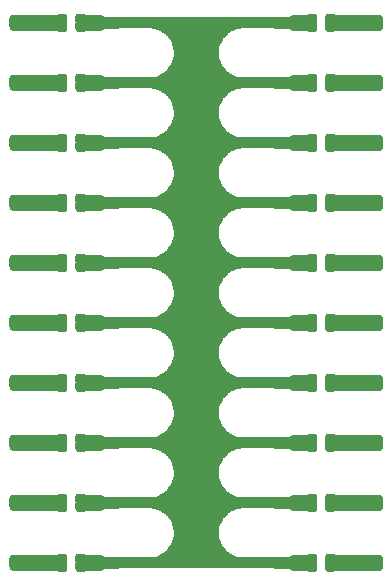
<source format=gtl>
G04 #@! TF.GenerationSoftware,KiCad,Pcbnew,5.1.9-73d0e3b20d~88~ubuntu20.04.1*
G04 #@! TF.CreationDate,2021-06-04T14:41:46+03:00*
G04 #@! TF.ProjectId,cable_to_square_pin,6361626c-655f-4746-9f5f-737175617265,rev?*
G04 #@! TF.SameCoordinates,Original*
G04 #@! TF.FileFunction,Copper,L1,Top*
G04 #@! TF.FilePolarity,Positive*
%FSLAX46Y46*%
G04 Gerber Fmt 4.6, Leading zero omitted, Abs format (unit mm)*
G04 Created by KiCad (PCBNEW 5.1.9-73d0e3b20d~88~ubuntu20.04.1) date 2021-06-04 14:41:46*
%MOMM*%
%LPD*%
G01*
G04 APERTURE LIST*
G04 #@! TA.AperFunction,ViaPad*
%ADD10C,0.800000*%
G04 #@! TD*
G04 #@! TA.AperFunction,Conductor*
%ADD11C,0.800000*%
G04 #@! TD*
G04 #@! TA.AperFunction,Conductor*
%ADD12C,0.200000*%
G04 #@! TD*
G04 #@! TA.AperFunction,Conductor*
%ADD13C,0.350000*%
G04 #@! TD*
%ADD14C,0.350000*%
G04 APERTURE END LIST*
G04 #@! TO.P,J1,1*
G04 #@! TO.N,Net-(C1-Pad2)*
G04 #@! TA.AperFunction,SMDPad,CuDef*
G36*
G01*
X107860000Y-121020000D02*
X111460000Y-121020000D01*
G75*
G02*
X111810000Y-121370000I0J-350000D01*
G01*
X111810000Y-122070000D01*
G75*
G02*
X111460000Y-122420000I-350000J0D01*
G01*
X107860000Y-122420000D01*
G75*
G02*
X107510000Y-122070000I0J350000D01*
G01*
X107510000Y-121370000D01*
G75*
G02*
X107860000Y-121020000I350000J0D01*
G01*
G37*
G04 #@! TD.AperFunction*
G04 #@! TD*
G04 #@! TO.P,J2,1*
G04 #@! TO.N,Net-(C1-Pad1)*
G04 #@! TA.AperFunction,SMDPad,CuDef*
G36*
G01*
X105360000Y-121470000D02*
X105360000Y-121970000D01*
G75*
G02*
X105110000Y-122220000I-250000J0D01*
G01*
X102610000Y-122220000D01*
G75*
G02*
X102360000Y-121970000I0J250000D01*
G01*
X102360000Y-121470000D01*
G75*
G02*
X102610000Y-121220000I250000J0D01*
G01*
X105110000Y-121220000D01*
G75*
G02*
X105360000Y-121470000I0J-250000D01*
G01*
G37*
G04 #@! TD.AperFunction*
G04 #@! TD*
G04 #@! TO.P,C1,2*
G04 #@! TO.N,Net-(C1-Pad2)*
G04 #@! TA.AperFunction,SMDPad,CuDef*
G36*
G01*
X106910000Y-75956250D02*
X106910000Y-75443750D01*
G75*
G02*
X107128750Y-75225000I218750J0D01*
G01*
X107566250Y-75225000D01*
G75*
G02*
X107785000Y-75443750I0J-218750D01*
G01*
X107785000Y-75956250D01*
G75*
G02*
X107566250Y-76175000I-218750J0D01*
G01*
X107128750Y-76175000D01*
G75*
G02*
X106910000Y-75956250I0J218750D01*
G01*
G37*
G04 #@! TD.AperFunction*
G04 #@! TO.P,C1,1*
G04 #@! TO.N,Net-(C1-Pad1)*
G04 #@! TA.AperFunction,SMDPad,CuDef*
G36*
G01*
X105335000Y-75956250D02*
X105335000Y-75443750D01*
G75*
G02*
X105553750Y-75225000I218750J0D01*
G01*
X105991250Y-75225000D01*
G75*
G02*
X106210000Y-75443750I0J-218750D01*
G01*
X106210000Y-75956250D01*
G75*
G02*
X105991250Y-76175000I-218750J0D01*
G01*
X105553750Y-76175000D01*
G75*
G02*
X105335000Y-75956250I0J218750D01*
G01*
G37*
G04 #@! TD.AperFunction*
G04 #@! TD*
G04 #@! TO.P,J2,1*
G04 #@! TO.N,Net-(C1-Pad1)*
G04 #@! TA.AperFunction,SMDPad,CuDef*
G36*
G01*
X105360000Y-106230000D02*
X105360000Y-106730000D01*
G75*
G02*
X105110000Y-106980000I-250000J0D01*
G01*
X102610000Y-106980000D01*
G75*
G02*
X102360000Y-106730000I0J250000D01*
G01*
X102360000Y-106230000D01*
G75*
G02*
X102610000Y-105980000I250000J0D01*
G01*
X105110000Y-105980000D01*
G75*
G02*
X105360000Y-106230000I0J-250000D01*
G01*
G37*
G04 #@! TD.AperFunction*
G04 #@! TD*
G04 #@! TO.P,R1,2*
G04 #@! TO.N,Net-(C1-Pad2)*
G04 #@! TA.AperFunction,SMDPad,CuDef*
G36*
G01*
X106910000Y-76556250D02*
X106910000Y-76043750D01*
G75*
G02*
X107128750Y-75825000I218750J0D01*
G01*
X107566250Y-75825000D01*
G75*
G02*
X107785000Y-76043750I0J-218750D01*
G01*
X107785000Y-76556250D01*
G75*
G02*
X107566250Y-76775000I-218750J0D01*
G01*
X107128750Y-76775000D01*
G75*
G02*
X106910000Y-76556250I0J218750D01*
G01*
G37*
G04 #@! TD.AperFunction*
G04 #@! TO.P,R1,1*
G04 #@! TO.N,Net-(C1-Pad1)*
G04 #@! TA.AperFunction,SMDPad,CuDef*
G36*
G01*
X105335000Y-76556250D02*
X105335000Y-76043750D01*
G75*
G02*
X105553750Y-75825000I218750J0D01*
G01*
X105991250Y-75825000D01*
G75*
G02*
X106210000Y-76043750I0J-218750D01*
G01*
X106210000Y-76556250D01*
G75*
G02*
X105991250Y-76775000I-218750J0D01*
G01*
X105553750Y-76775000D01*
G75*
G02*
X105335000Y-76556250I0J218750D01*
G01*
G37*
G04 #@! TD.AperFunction*
G04 #@! TD*
G04 #@! TO.P,J1,1*
G04 #@! TO.N,Net-(C1-Pad2)*
G04 #@! TA.AperFunction,SMDPad,CuDef*
G36*
G01*
X107860000Y-85460000D02*
X111460000Y-85460000D01*
G75*
G02*
X111810000Y-85810000I0J-350000D01*
G01*
X111810000Y-86510000D01*
G75*
G02*
X111460000Y-86860000I-350000J0D01*
G01*
X107860000Y-86860000D01*
G75*
G02*
X107510000Y-86510000I0J350000D01*
G01*
X107510000Y-85810000D01*
G75*
G02*
X107860000Y-85460000I350000J0D01*
G01*
G37*
G04 #@! TD.AperFunction*
G04 #@! TD*
G04 #@! TO.P,R1,1*
G04 #@! TO.N,Net-(C1-Pad1)*
G04 #@! TA.AperFunction,SMDPad,CuDef*
G36*
G01*
X105335000Y-112116250D02*
X105335000Y-111603750D01*
G75*
G02*
X105553750Y-111385000I218750J0D01*
G01*
X105991250Y-111385000D01*
G75*
G02*
X106210000Y-111603750I0J-218750D01*
G01*
X106210000Y-112116250D01*
G75*
G02*
X105991250Y-112335000I-218750J0D01*
G01*
X105553750Y-112335000D01*
G75*
G02*
X105335000Y-112116250I0J218750D01*
G01*
G37*
G04 #@! TD.AperFunction*
G04 #@! TO.P,R1,2*
G04 #@! TO.N,Net-(C1-Pad2)*
G04 #@! TA.AperFunction,SMDPad,CuDef*
G36*
G01*
X106910000Y-112116250D02*
X106910000Y-111603750D01*
G75*
G02*
X107128750Y-111385000I218750J0D01*
G01*
X107566250Y-111385000D01*
G75*
G02*
X107785000Y-111603750I0J-218750D01*
G01*
X107785000Y-112116250D01*
G75*
G02*
X107566250Y-112335000I-218750J0D01*
G01*
X107128750Y-112335000D01*
G75*
G02*
X106910000Y-112116250I0J218750D01*
G01*
G37*
G04 #@! TD.AperFunction*
G04 #@! TD*
G04 #@! TO.P,R1,2*
G04 #@! TO.N,Net-(C1-Pad2)*
G04 #@! TA.AperFunction,SMDPad,CuDef*
G36*
G01*
X106910000Y-117196250D02*
X106910000Y-116683750D01*
G75*
G02*
X107128750Y-116465000I218750J0D01*
G01*
X107566250Y-116465000D01*
G75*
G02*
X107785000Y-116683750I0J-218750D01*
G01*
X107785000Y-117196250D01*
G75*
G02*
X107566250Y-117415000I-218750J0D01*
G01*
X107128750Y-117415000D01*
G75*
G02*
X106910000Y-117196250I0J218750D01*
G01*
G37*
G04 #@! TD.AperFunction*
G04 #@! TO.P,R1,1*
G04 #@! TO.N,Net-(C1-Pad1)*
G04 #@! TA.AperFunction,SMDPad,CuDef*
G36*
G01*
X105335000Y-117196250D02*
X105335000Y-116683750D01*
G75*
G02*
X105553750Y-116465000I218750J0D01*
G01*
X105991250Y-116465000D01*
G75*
G02*
X106210000Y-116683750I0J-218750D01*
G01*
X106210000Y-117196250D01*
G75*
G02*
X105991250Y-117415000I-218750J0D01*
G01*
X105553750Y-117415000D01*
G75*
G02*
X105335000Y-117196250I0J218750D01*
G01*
G37*
G04 #@! TD.AperFunction*
G04 #@! TD*
G04 #@! TO.P,J1,1*
G04 #@! TO.N,Net-(C1-Pad2)*
G04 #@! TA.AperFunction,SMDPad,CuDef*
G36*
G01*
X107860000Y-80380000D02*
X111460000Y-80380000D01*
G75*
G02*
X111810000Y-80730000I0J-350000D01*
G01*
X111810000Y-81430000D01*
G75*
G02*
X111460000Y-81780000I-350000J0D01*
G01*
X107860000Y-81780000D01*
G75*
G02*
X107510000Y-81430000I0J350000D01*
G01*
X107510000Y-80730000D01*
G75*
G02*
X107860000Y-80380000I350000J0D01*
G01*
G37*
G04 #@! TD.AperFunction*
G04 #@! TD*
G04 #@! TO.P,R1,1*
G04 #@! TO.N,Net-(C1-Pad1)*
G04 #@! TA.AperFunction,SMDPad,CuDef*
G36*
G01*
X105335000Y-81636250D02*
X105335000Y-81123750D01*
G75*
G02*
X105553750Y-80905000I218750J0D01*
G01*
X105991250Y-80905000D01*
G75*
G02*
X106210000Y-81123750I0J-218750D01*
G01*
X106210000Y-81636250D01*
G75*
G02*
X105991250Y-81855000I-218750J0D01*
G01*
X105553750Y-81855000D01*
G75*
G02*
X105335000Y-81636250I0J218750D01*
G01*
G37*
G04 #@! TD.AperFunction*
G04 #@! TO.P,R1,2*
G04 #@! TO.N,Net-(C1-Pad2)*
G04 #@! TA.AperFunction,SMDPad,CuDef*
G36*
G01*
X106910000Y-81636250D02*
X106910000Y-81123750D01*
G75*
G02*
X107128750Y-80905000I218750J0D01*
G01*
X107566250Y-80905000D01*
G75*
G02*
X107785000Y-81123750I0J-218750D01*
G01*
X107785000Y-81636250D01*
G75*
G02*
X107566250Y-81855000I-218750J0D01*
G01*
X107128750Y-81855000D01*
G75*
G02*
X106910000Y-81636250I0J218750D01*
G01*
G37*
G04 #@! TD.AperFunction*
G04 #@! TD*
G04 #@! TO.P,J1,1*
G04 #@! TO.N,Net-(C1-Pad2)*
G04 #@! TA.AperFunction,SMDPad,CuDef*
G36*
G01*
X107860000Y-95620000D02*
X111460000Y-95620000D01*
G75*
G02*
X111810000Y-95970000I0J-350000D01*
G01*
X111810000Y-96670000D01*
G75*
G02*
X111460000Y-97020000I-350000J0D01*
G01*
X107860000Y-97020000D01*
G75*
G02*
X107510000Y-96670000I0J350000D01*
G01*
X107510000Y-95970000D01*
G75*
G02*
X107860000Y-95620000I350000J0D01*
G01*
G37*
G04 #@! TD.AperFunction*
G04 #@! TD*
G04 #@! TO.P,R1,1*
G04 #@! TO.N,Net-(C1-Pad1)*
G04 #@! TA.AperFunction,SMDPad,CuDef*
G36*
G01*
X105335000Y-91796250D02*
X105335000Y-91283750D01*
G75*
G02*
X105553750Y-91065000I218750J0D01*
G01*
X105991250Y-91065000D01*
G75*
G02*
X106210000Y-91283750I0J-218750D01*
G01*
X106210000Y-91796250D01*
G75*
G02*
X105991250Y-92015000I-218750J0D01*
G01*
X105553750Y-92015000D01*
G75*
G02*
X105335000Y-91796250I0J218750D01*
G01*
G37*
G04 #@! TD.AperFunction*
G04 #@! TO.P,R1,2*
G04 #@! TO.N,Net-(C1-Pad2)*
G04 #@! TA.AperFunction,SMDPad,CuDef*
G36*
G01*
X106910000Y-91796250D02*
X106910000Y-91283750D01*
G75*
G02*
X107128750Y-91065000I218750J0D01*
G01*
X107566250Y-91065000D01*
G75*
G02*
X107785000Y-91283750I0J-218750D01*
G01*
X107785000Y-91796250D01*
G75*
G02*
X107566250Y-92015000I-218750J0D01*
G01*
X107128750Y-92015000D01*
G75*
G02*
X106910000Y-91796250I0J218750D01*
G01*
G37*
G04 #@! TD.AperFunction*
G04 #@! TD*
G04 #@! TO.P,J1,1*
G04 #@! TO.N,Net-(C1-Pad2)*
G04 #@! TA.AperFunction,SMDPad,CuDef*
G36*
G01*
X107860000Y-100700000D02*
X111460000Y-100700000D01*
G75*
G02*
X111810000Y-101050000I0J-350000D01*
G01*
X111810000Y-101750000D01*
G75*
G02*
X111460000Y-102100000I-350000J0D01*
G01*
X107860000Y-102100000D01*
G75*
G02*
X107510000Y-101750000I0J350000D01*
G01*
X107510000Y-101050000D01*
G75*
G02*
X107860000Y-100700000I350000J0D01*
G01*
G37*
G04 #@! TD.AperFunction*
G04 #@! TD*
G04 #@! TO.P,J1,1*
G04 #@! TO.N,Net-(C1-Pad2)*
G04 #@! TA.AperFunction,SMDPad,CuDef*
G36*
G01*
X107860000Y-115940000D02*
X111460000Y-115940000D01*
G75*
G02*
X111810000Y-116290000I0J-350000D01*
G01*
X111810000Y-116990000D01*
G75*
G02*
X111460000Y-117340000I-350000J0D01*
G01*
X107860000Y-117340000D01*
G75*
G02*
X107510000Y-116990000I0J350000D01*
G01*
X107510000Y-116290000D01*
G75*
G02*
X107860000Y-115940000I350000J0D01*
G01*
G37*
G04 #@! TD.AperFunction*
G04 #@! TD*
G04 #@! TO.P,C1,1*
G04 #@! TO.N,Net-(C1-Pad1)*
G04 #@! TA.AperFunction,SMDPad,CuDef*
G36*
G01*
X105335000Y-111516250D02*
X105335000Y-111003750D01*
G75*
G02*
X105553750Y-110785000I218750J0D01*
G01*
X105991250Y-110785000D01*
G75*
G02*
X106210000Y-111003750I0J-218750D01*
G01*
X106210000Y-111516250D01*
G75*
G02*
X105991250Y-111735000I-218750J0D01*
G01*
X105553750Y-111735000D01*
G75*
G02*
X105335000Y-111516250I0J218750D01*
G01*
G37*
G04 #@! TD.AperFunction*
G04 #@! TO.P,C1,2*
G04 #@! TO.N,Net-(C1-Pad2)*
G04 #@! TA.AperFunction,SMDPad,CuDef*
G36*
G01*
X106910000Y-111516250D02*
X106910000Y-111003750D01*
G75*
G02*
X107128750Y-110785000I218750J0D01*
G01*
X107566250Y-110785000D01*
G75*
G02*
X107785000Y-111003750I0J-218750D01*
G01*
X107785000Y-111516250D01*
G75*
G02*
X107566250Y-111735000I-218750J0D01*
G01*
X107128750Y-111735000D01*
G75*
G02*
X106910000Y-111516250I0J218750D01*
G01*
G37*
G04 #@! TD.AperFunction*
G04 #@! TD*
G04 #@! TO.P,C1,2*
G04 #@! TO.N,Net-(C1-Pad2)*
G04 #@! TA.AperFunction,SMDPad,CuDef*
G36*
G01*
X106910000Y-96276250D02*
X106910000Y-95763750D01*
G75*
G02*
X107128750Y-95545000I218750J0D01*
G01*
X107566250Y-95545000D01*
G75*
G02*
X107785000Y-95763750I0J-218750D01*
G01*
X107785000Y-96276250D01*
G75*
G02*
X107566250Y-96495000I-218750J0D01*
G01*
X107128750Y-96495000D01*
G75*
G02*
X106910000Y-96276250I0J218750D01*
G01*
G37*
G04 #@! TD.AperFunction*
G04 #@! TO.P,C1,1*
G04 #@! TO.N,Net-(C1-Pad1)*
G04 #@! TA.AperFunction,SMDPad,CuDef*
G36*
G01*
X105335000Y-96276250D02*
X105335000Y-95763750D01*
G75*
G02*
X105553750Y-95545000I218750J0D01*
G01*
X105991250Y-95545000D01*
G75*
G02*
X106210000Y-95763750I0J-218750D01*
G01*
X106210000Y-96276250D01*
G75*
G02*
X105991250Y-96495000I-218750J0D01*
G01*
X105553750Y-96495000D01*
G75*
G02*
X105335000Y-96276250I0J218750D01*
G01*
G37*
G04 #@! TD.AperFunction*
G04 #@! TD*
G04 #@! TO.P,C1,1*
G04 #@! TO.N,Net-(C1-Pad1)*
G04 #@! TA.AperFunction,SMDPad,CuDef*
G36*
G01*
X105335000Y-81036250D02*
X105335000Y-80523750D01*
G75*
G02*
X105553750Y-80305000I218750J0D01*
G01*
X105991250Y-80305000D01*
G75*
G02*
X106210000Y-80523750I0J-218750D01*
G01*
X106210000Y-81036250D01*
G75*
G02*
X105991250Y-81255000I-218750J0D01*
G01*
X105553750Y-81255000D01*
G75*
G02*
X105335000Y-81036250I0J218750D01*
G01*
G37*
G04 #@! TD.AperFunction*
G04 #@! TO.P,C1,2*
G04 #@! TO.N,Net-(C1-Pad2)*
G04 #@! TA.AperFunction,SMDPad,CuDef*
G36*
G01*
X106910000Y-81036250D02*
X106910000Y-80523750D01*
G75*
G02*
X107128750Y-80305000I218750J0D01*
G01*
X107566250Y-80305000D01*
G75*
G02*
X107785000Y-80523750I0J-218750D01*
G01*
X107785000Y-81036250D01*
G75*
G02*
X107566250Y-81255000I-218750J0D01*
G01*
X107128750Y-81255000D01*
G75*
G02*
X106910000Y-81036250I0J218750D01*
G01*
G37*
G04 #@! TD.AperFunction*
G04 #@! TD*
G04 #@! TO.P,J1,1*
G04 #@! TO.N,Net-(C1-Pad2)*
G04 #@! TA.AperFunction,SMDPad,CuDef*
G36*
G01*
X107860000Y-75300000D02*
X111460000Y-75300000D01*
G75*
G02*
X111810000Y-75650000I0J-350000D01*
G01*
X111810000Y-76350000D01*
G75*
G02*
X111460000Y-76700000I-350000J0D01*
G01*
X107860000Y-76700000D01*
G75*
G02*
X107510000Y-76350000I0J350000D01*
G01*
X107510000Y-75650000D01*
G75*
G02*
X107860000Y-75300000I350000J0D01*
G01*
G37*
G04 #@! TD.AperFunction*
G04 #@! TD*
G04 #@! TO.P,R1,2*
G04 #@! TO.N,Net-(C1-Pad2)*
G04 #@! TA.AperFunction,SMDPad,CuDef*
G36*
G01*
X106910000Y-107036250D02*
X106910000Y-106523750D01*
G75*
G02*
X107128750Y-106305000I218750J0D01*
G01*
X107566250Y-106305000D01*
G75*
G02*
X107785000Y-106523750I0J-218750D01*
G01*
X107785000Y-107036250D01*
G75*
G02*
X107566250Y-107255000I-218750J0D01*
G01*
X107128750Y-107255000D01*
G75*
G02*
X106910000Y-107036250I0J218750D01*
G01*
G37*
G04 #@! TD.AperFunction*
G04 #@! TO.P,R1,1*
G04 #@! TO.N,Net-(C1-Pad1)*
G04 #@! TA.AperFunction,SMDPad,CuDef*
G36*
G01*
X105335000Y-107036250D02*
X105335000Y-106523750D01*
G75*
G02*
X105553750Y-106305000I218750J0D01*
G01*
X105991250Y-106305000D01*
G75*
G02*
X106210000Y-106523750I0J-218750D01*
G01*
X106210000Y-107036250D01*
G75*
G02*
X105991250Y-107255000I-218750J0D01*
G01*
X105553750Y-107255000D01*
G75*
G02*
X105335000Y-107036250I0J218750D01*
G01*
G37*
G04 #@! TD.AperFunction*
G04 #@! TD*
G04 #@! TO.P,J2,1*
G04 #@! TO.N,Net-(C1-Pad1)*
G04 #@! TA.AperFunction,SMDPad,CuDef*
G36*
G01*
X105360000Y-111310000D02*
X105360000Y-111810000D01*
G75*
G02*
X105110000Y-112060000I-250000J0D01*
G01*
X102610000Y-112060000D01*
G75*
G02*
X102360000Y-111810000I0J250000D01*
G01*
X102360000Y-111310000D01*
G75*
G02*
X102610000Y-111060000I250000J0D01*
G01*
X105110000Y-111060000D01*
G75*
G02*
X105360000Y-111310000I0J-250000D01*
G01*
G37*
G04 #@! TD.AperFunction*
G04 #@! TD*
G04 #@! TO.P,J1,1*
G04 #@! TO.N,Net-(C1-Pad2)*
G04 #@! TA.AperFunction,SMDPad,CuDef*
G36*
G01*
X107860000Y-110860000D02*
X111460000Y-110860000D01*
G75*
G02*
X111810000Y-111210000I0J-350000D01*
G01*
X111810000Y-111910000D01*
G75*
G02*
X111460000Y-112260000I-350000J0D01*
G01*
X107860000Y-112260000D01*
G75*
G02*
X107510000Y-111910000I0J350000D01*
G01*
X107510000Y-111210000D01*
G75*
G02*
X107860000Y-110860000I350000J0D01*
G01*
G37*
G04 #@! TD.AperFunction*
G04 #@! TD*
G04 #@! TO.P,J1,1*
G04 #@! TO.N,Net-(C1-Pad2)*
G04 #@! TA.AperFunction,SMDPad,CuDef*
G36*
G01*
X107860000Y-90540000D02*
X111460000Y-90540000D01*
G75*
G02*
X111810000Y-90890000I0J-350000D01*
G01*
X111810000Y-91590000D01*
G75*
G02*
X111460000Y-91940000I-350000J0D01*
G01*
X107860000Y-91940000D01*
G75*
G02*
X107510000Y-91590000I0J350000D01*
G01*
X107510000Y-90890000D01*
G75*
G02*
X107860000Y-90540000I350000J0D01*
G01*
G37*
G04 #@! TD.AperFunction*
G04 #@! TD*
G04 #@! TO.P,C1,1*
G04 #@! TO.N,Net-(C1-Pad1)*
G04 #@! TA.AperFunction,SMDPad,CuDef*
G36*
G01*
X105335000Y-101356250D02*
X105335000Y-100843750D01*
G75*
G02*
X105553750Y-100625000I218750J0D01*
G01*
X105991250Y-100625000D01*
G75*
G02*
X106210000Y-100843750I0J-218750D01*
G01*
X106210000Y-101356250D01*
G75*
G02*
X105991250Y-101575000I-218750J0D01*
G01*
X105553750Y-101575000D01*
G75*
G02*
X105335000Y-101356250I0J218750D01*
G01*
G37*
G04 #@! TD.AperFunction*
G04 #@! TO.P,C1,2*
G04 #@! TO.N,Net-(C1-Pad2)*
G04 #@! TA.AperFunction,SMDPad,CuDef*
G36*
G01*
X106910000Y-101356250D02*
X106910000Y-100843750D01*
G75*
G02*
X107128750Y-100625000I218750J0D01*
G01*
X107566250Y-100625000D01*
G75*
G02*
X107785000Y-100843750I0J-218750D01*
G01*
X107785000Y-101356250D01*
G75*
G02*
X107566250Y-101575000I-218750J0D01*
G01*
X107128750Y-101575000D01*
G75*
G02*
X106910000Y-101356250I0J218750D01*
G01*
G37*
G04 #@! TD.AperFunction*
G04 #@! TD*
G04 #@! TO.P,C1,1*
G04 #@! TO.N,Net-(C1-Pad1)*
G04 #@! TA.AperFunction,SMDPad,CuDef*
G36*
G01*
X105335000Y-91196250D02*
X105335000Y-90683750D01*
G75*
G02*
X105553750Y-90465000I218750J0D01*
G01*
X105991250Y-90465000D01*
G75*
G02*
X106210000Y-90683750I0J-218750D01*
G01*
X106210000Y-91196250D01*
G75*
G02*
X105991250Y-91415000I-218750J0D01*
G01*
X105553750Y-91415000D01*
G75*
G02*
X105335000Y-91196250I0J218750D01*
G01*
G37*
G04 #@! TD.AperFunction*
G04 #@! TO.P,C1,2*
G04 #@! TO.N,Net-(C1-Pad2)*
G04 #@! TA.AperFunction,SMDPad,CuDef*
G36*
G01*
X106910000Y-91196250D02*
X106910000Y-90683750D01*
G75*
G02*
X107128750Y-90465000I218750J0D01*
G01*
X107566250Y-90465000D01*
G75*
G02*
X107785000Y-90683750I0J-218750D01*
G01*
X107785000Y-91196250D01*
G75*
G02*
X107566250Y-91415000I-218750J0D01*
G01*
X107128750Y-91415000D01*
G75*
G02*
X106910000Y-91196250I0J218750D01*
G01*
G37*
G04 #@! TD.AperFunction*
G04 #@! TD*
G04 #@! TO.P,C1,2*
G04 #@! TO.N,Net-(C1-Pad2)*
G04 #@! TA.AperFunction,SMDPad,CuDef*
G36*
G01*
X106910000Y-116596250D02*
X106910000Y-116083750D01*
G75*
G02*
X107128750Y-115865000I218750J0D01*
G01*
X107566250Y-115865000D01*
G75*
G02*
X107785000Y-116083750I0J-218750D01*
G01*
X107785000Y-116596250D01*
G75*
G02*
X107566250Y-116815000I-218750J0D01*
G01*
X107128750Y-116815000D01*
G75*
G02*
X106910000Y-116596250I0J218750D01*
G01*
G37*
G04 #@! TD.AperFunction*
G04 #@! TO.P,C1,1*
G04 #@! TO.N,Net-(C1-Pad1)*
G04 #@! TA.AperFunction,SMDPad,CuDef*
G36*
G01*
X105335000Y-116596250D02*
X105335000Y-116083750D01*
G75*
G02*
X105553750Y-115865000I218750J0D01*
G01*
X105991250Y-115865000D01*
G75*
G02*
X106210000Y-116083750I0J-218750D01*
G01*
X106210000Y-116596250D01*
G75*
G02*
X105991250Y-116815000I-218750J0D01*
G01*
X105553750Y-116815000D01*
G75*
G02*
X105335000Y-116596250I0J218750D01*
G01*
G37*
G04 #@! TD.AperFunction*
G04 #@! TD*
G04 #@! TO.P,J2,1*
G04 #@! TO.N,Net-(C1-Pad1)*
G04 #@! TA.AperFunction,SMDPad,CuDef*
G36*
G01*
X105360000Y-116390000D02*
X105360000Y-116890000D01*
G75*
G02*
X105110000Y-117140000I-250000J0D01*
G01*
X102610000Y-117140000D01*
G75*
G02*
X102360000Y-116890000I0J250000D01*
G01*
X102360000Y-116390000D01*
G75*
G02*
X102610000Y-116140000I250000J0D01*
G01*
X105110000Y-116140000D01*
G75*
G02*
X105360000Y-116390000I0J-250000D01*
G01*
G37*
G04 #@! TD.AperFunction*
G04 #@! TD*
G04 #@! TO.P,J1,1*
G04 #@! TO.N,Net-(C1-Pad2)*
G04 #@! TA.AperFunction,SMDPad,CuDef*
G36*
G01*
X107860000Y-105780000D02*
X111460000Y-105780000D01*
G75*
G02*
X111810000Y-106130000I0J-350000D01*
G01*
X111810000Y-106830000D01*
G75*
G02*
X111460000Y-107180000I-350000J0D01*
G01*
X107860000Y-107180000D01*
G75*
G02*
X107510000Y-106830000I0J350000D01*
G01*
X107510000Y-106130000D01*
G75*
G02*
X107860000Y-105780000I350000J0D01*
G01*
G37*
G04 #@! TD.AperFunction*
G04 #@! TD*
G04 #@! TO.P,J2,1*
G04 #@! TO.N,Net-(C1-Pad1)*
G04 #@! TA.AperFunction,SMDPad,CuDef*
G36*
G01*
X105360000Y-90990000D02*
X105360000Y-91490000D01*
G75*
G02*
X105110000Y-91740000I-250000J0D01*
G01*
X102610000Y-91740000D01*
G75*
G02*
X102360000Y-91490000I0J250000D01*
G01*
X102360000Y-90990000D01*
G75*
G02*
X102610000Y-90740000I250000J0D01*
G01*
X105110000Y-90740000D01*
G75*
G02*
X105360000Y-90990000I0J-250000D01*
G01*
G37*
G04 #@! TD.AperFunction*
G04 #@! TD*
G04 #@! TO.P,J2,1*
G04 #@! TO.N,Net-(C1-Pad1)*
G04 #@! TA.AperFunction,SMDPad,CuDef*
G36*
G01*
X105360000Y-85910000D02*
X105360000Y-86410000D01*
G75*
G02*
X105110000Y-86660000I-250000J0D01*
G01*
X102610000Y-86660000D01*
G75*
G02*
X102360000Y-86410000I0J250000D01*
G01*
X102360000Y-85910000D01*
G75*
G02*
X102610000Y-85660000I250000J0D01*
G01*
X105110000Y-85660000D01*
G75*
G02*
X105360000Y-85910000I0J-250000D01*
G01*
G37*
G04 #@! TD.AperFunction*
G04 #@! TD*
G04 #@! TO.P,J2,1*
G04 #@! TO.N,Net-(C1-Pad1)*
G04 #@! TA.AperFunction,SMDPad,CuDef*
G36*
G01*
X105360000Y-101150000D02*
X105360000Y-101650000D01*
G75*
G02*
X105110000Y-101900000I-250000J0D01*
G01*
X102610000Y-101900000D01*
G75*
G02*
X102360000Y-101650000I0J250000D01*
G01*
X102360000Y-101150000D01*
G75*
G02*
X102610000Y-100900000I250000J0D01*
G01*
X105110000Y-100900000D01*
G75*
G02*
X105360000Y-101150000I0J-250000D01*
G01*
G37*
G04 #@! TD.AperFunction*
G04 #@! TD*
G04 #@! TO.P,R1,2*
G04 #@! TO.N,Net-(C1-Pad2)*
G04 #@! TA.AperFunction,SMDPad,CuDef*
G36*
G01*
X106910000Y-86716250D02*
X106910000Y-86203750D01*
G75*
G02*
X107128750Y-85985000I218750J0D01*
G01*
X107566250Y-85985000D01*
G75*
G02*
X107785000Y-86203750I0J-218750D01*
G01*
X107785000Y-86716250D01*
G75*
G02*
X107566250Y-86935000I-218750J0D01*
G01*
X107128750Y-86935000D01*
G75*
G02*
X106910000Y-86716250I0J218750D01*
G01*
G37*
G04 #@! TD.AperFunction*
G04 #@! TO.P,R1,1*
G04 #@! TO.N,Net-(C1-Pad1)*
G04 #@! TA.AperFunction,SMDPad,CuDef*
G36*
G01*
X105335000Y-86716250D02*
X105335000Y-86203750D01*
G75*
G02*
X105553750Y-85985000I218750J0D01*
G01*
X105991250Y-85985000D01*
G75*
G02*
X106210000Y-86203750I0J-218750D01*
G01*
X106210000Y-86716250D01*
G75*
G02*
X105991250Y-86935000I-218750J0D01*
G01*
X105553750Y-86935000D01*
G75*
G02*
X105335000Y-86716250I0J218750D01*
G01*
G37*
G04 #@! TD.AperFunction*
G04 #@! TD*
G04 #@! TO.P,J2,1*
G04 #@! TO.N,Net-(C1-Pad1)*
G04 #@! TA.AperFunction,SMDPad,CuDef*
G36*
G01*
X105360000Y-96070000D02*
X105360000Y-96570000D01*
G75*
G02*
X105110000Y-96820000I-250000J0D01*
G01*
X102610000Y-96820000D01*
G75*
G02*
X102360000Y-96570000I0J250000D01*
G01*
X102360000Y-96070000D01*
G75*
G02*
X102610000Y-95820000I250000J0D01*
G01*
X105110000Y-95820000D01*
G75*
G02*
X105360000Y-96070000I0J-250000D01*
G01*
G37*
G04 #@! TD.AperFunction*
G04 #@! TD*
G04 #@! TO.P,C1,2*
G04 #@! TO.N,Net-(C1-Pad2)*
G04 #@! TA.AperFunction,SMDPad,CuDef*
G36*
G01*
X106910000Y-106436250D02*
X106910000Y-105923750D01*
G75*
G02*
X107128750Y-105705000I218750J0D01*
G01*
X107566250Y-105705000D01*
G75*
G02*
X107785000Y-105923750I0J-218750D01*
G01*
X107785000Y-106436250D01*
G75*
G02*
X107566250Y-106655000I-218750J0D01*
G01*
X107128750Y-106655000D01*
G75*
G02*
X106910000Y-106436250I0J218750D01*
G01*
G37*
G04 #@! TD.AperFunction*
G04 #@! TO.P,C1,1*
G04 #@! TO.N,Net-(C1-Pad1)*
G04 #@! TA.AperFunction,SMDPad,CuDef*
G36*
G01*
X105335000Y-106436250D02*
X105335000Y-105923750D01*
G75*
G02*
X105553750Y-105705000I218750J0D01*
G01*
X105991250Y-105705000D01*
G75*
G02*
X106210000Y-105923750I0J-218750D01*
G01*
X106210000Y-106436250D01*
G75*
G02*
X105991250Y-106655000I-218750J0D01*
G01*
X105553750Y-106655000D01*
G75*
G02*
X105335000Y-106436250I0J218750D01*
G01*
G37*
G04 #@! TD.AperFunction*
G04 #@! TD*
G04 #@! TO.P,R1,1*
G04 #@! TO.N,Net-(C1-Pad1)*
G04 #@! TA.AperFunction,SMDPad,CuDef*
G36*
G01*
X105335000Y-122276250D02*
X105335000Y-121763750D01*
G75*
G02*
X105553750Y-121545000I218750J0D01*
G01*
X105991250Y-121545000D01*
G75*
G02*
X106210000Y-121763750I0J-218750D01*
G01*
X106210000Y-122276250D01*
G75*
G02*
X105991250Y-122495000I-218750J0D01*
G01*
X105553750Y-122495000D01*
G75*
G02*
X105335000Y-122276250I0J218750D01*
G01*
G37*
G04 #@! TD.AperFunction*
G04 #@! TO.P,R1,2*
G04 #@! TO.N,Net-(C1-Pad2)*
G04 #@! TA.AperFunction,SMDPad,CuDef*
G36*
G01*
X106910000Y-122276250D02*
X106910000Y-121763750D01*
G75*
G02*
X107128750Y-121545000I218750J0D01*
G01*
X107566250Y-121545000D01*
G75*
G02*
X107785000Y-121763750I0J-218750D01*
G01*
X107785000Y-122276250D01*
G75*
G02*
X107566250Y-122495000I-218750J0D01*
G01*
X107128750Y-122495000D01*
G75*
G02*
X106910000Y-122276250I0J218750D01*
G01*
G37*
G04 #@! TD.AperFunction*
G04 #@! TD*
G04 #@! TO.P,J2,1*
G04 #@! TO.N,Net-(C1-Pad1)*
G04 #@! TA.AperFunction,SMDPad,CuDef*
G36*
G01*
X105360000Y-75750000D02*
X105360000Y-76250000D01*
G75*
G02*
X105110000Y-76500000I-250000J0D01*
G01*
X102610000Y-76500000D01*
G75*
G02*
X102360000Y-76250000I0J250000D01*
G01*
X102360000Y-75750000D01*
G75*
G02*
X102610000Y-75500000I250000J0D01*
G01*
X105110000Y-75500000D01*
G75*
G02*
X105360000Y-75750000I0J-250000D01*
G01*
G37*
G04 #@! TD.AperFunction*
G04 #@! TD*
G04 #@! TO.P,J2,1*
G04 #@! TO.N,Net-(C1-Pad1)*
G04 #@! TA.AperFunction,SMDPad,CuDef*
G36*
G01*
X105360000Y-80830000D02*
X105360000Y-81330000D01*
G75*
G02*
X105110000Y-81580000I-250000J0D01*
G01*
X102610000Y-81580000D01*
G75*
G02*
X102360000Y-81330000I0J250000D01*
G01*
X102360000Y-80830000D01*
G75*
G02*
X102610000Y-80580000I250000J0D01*
G01*
X105110000Y-80580000D01*
G75*
G02*
X105360000Y-80830000I0J-250000D01*
G01*
G37*
G04 #@! TD.AperFunction*
G04 #@! TD*
G04 #@! TO.P,R1,1*
G04 #@! TO.N,Net-(C1-Pad1)*
G04 #@! TA.AperFunction,SMDPad,CuDef*
G36*
G01*
X105335000Y-101956250D02*
X105335000Y-101443750D01*
G75*
G02*
X105553750Y-101225000I218750J0D01*
G01*
X105991250Y-101225000D01*
G75*
G02*
X106210000Y-101443750I0J-218750D01*
G01*
X106210000Y-101956250D01*
G75*
G02*
X105991250Y-102175000I-218750J0D01*
G01*
X105553750Y-102175000D01*
G75*
G02*
X105335000Y-101956250I0J218750D01*
G01*
G37*
G04 #@! TD.AperFunction*
G04 #@! TO.P,R1,2*
G04 #@! TO.N,Net-(C1-Pad2)*
G04 #@! TA.AperFunction,SMDPad,CuDef*
G36*
G01*
X106910000Y-101956250D02*
X106910000Y-101443750D01*
G75*
G02*
X107128750Y-101225000I218750J0D01*
G01*
X107566250Y-101225000D01*
G75*
G02*
X107785000Y-101443750I0J-218750D01*
G01*
X107785000Y-101956250D01*
G75*
G02*
X107566250Y-102175000I-218750J0D01*
G01*
X107128750Y-102175000D01*
G75*
G02*
X106910000Y-101956250I0J218750D01*
G01*
G37*
G04 #@! TD.AperFunction*
G04 #@! TD*
G04 #@! TO.P,C1,1*
G04 #@! TO.N,Net-(C1-Pad1)*
G04 #@! TA.AperFunction,SMDPad,CuDef*
G36*
G01*
X105335000Y-121676250D02*
X105335000Y-121163750D01*
G75*
G02*
X105553750Y-120945000I218750J0D01*
G01*
X105991250Y-120945000D01*
G75*
G02*
X106210000Y-121163750I0J-218750D01*
G01*
X106210000Y-121676250D01*
G75*
G02*
X105991250Y-121895000I-218750J0D01*
G01*
X105553750Y-121895000D01*
G75*
G02*
X105335000Y-121676250I0J218750D01*
G01*
G37*
G04 #@! TD.AperFunction*
G04 #@! TO.P,C1,2*
G04 #@! TO.N,Net-(C1-Pad2)*
G04 #@! TA.AperFunction,SMDPad,CuDef*
G36*
G01*
X106910000Y-121676250D02*
X106910000Y-121163750D01*
G75*
G02*
X107128750Y-120945000I218750J0D01*
G01*
X107566250Y-120945000D01*
G75*
G02*
X107785000Y-121163750I0J-218750D01*
G01*
X107785000Y-121676250D01*
G75*
G02*
X107566250Y-121895000I-218750J0D01*
G01*
X107128750Y-121895000D01*
G75*
G02*
X106910000Y-121676250I0J218750D01*
G01*
G37*
G04 #@! TD.AperFunction*
G04 #@! TD*
G04 #@! TO.P,C1,2*
G04 #@! TO.N,Net-(C1-Pad2)*
G04 #@! TA.AperFunction,SMDPad,CuDef*
G36*
G01*
X106910000Y-86116250D02*
X106910000Y-85603750D01*
G75*
G02*
X107128750Y-85385000I218750J0D01*
G01*
X107566250Y-85385000D01*
G75*
G02*
X107785000Y-85603750I0J-218750D01*
G01*
X107785000Y-86116250D01*
G75*
G02*
X107566250Y-86335000I-218750J0D01*
G01*
X107128750Y-86335000D01*
G75*
G02*
X106910000Y-86116250I0J218750D01*
G01*
G37*
G04 #@! TD.AperFunction*
G04 #@! TO.P,C1,1*
G04 #@! TO.N,Net-(C1-Pad1)*
G04 #@! TA.AperFunction,SMDPad,CuDef*
G36*
G01*
X105335000Y-86116250D02*
X105335000Y-85603750D01*
G75*
G02*
X105553750Y-85385000I218750J0D01*
G01*
X105991250Y-85385000D01*
G75*
G02*
X106210000Y-85603750I0J-218750D01*
G01*
X106210000Y-86116250D01*
G75*
G02*
X105991250Y-86335000I-218750J0D01*
G01*
X105553750Y-86335000D01*
G75*
G02*
X105335000Y-86116250I0J218750D01*
G01*
G37*
G04 #@! TD.AperFunction*
G04 #@! TD*
G04 #@! TO.P,R1,2*
G04 #@! TO.N,Net-(C1-Pad2)*
G04 #@! TA.AperFunction,SMDPad,CuDef*
G36*
G01*
X106910000Y-96876250D02*
X106910000Y-96363750D01*
G75*
G02*
X107128750Y-96145000I218750J0D01*
G01*
X107566250Y-96145000D01*
G75*
G02*
X107785000Y-96363750I0J-218750D01*
G01*
X107785000Y-96876250D01*
G75*
G02*
X107566250Y-97095000I-218750J0D01*
G01*
X107128750Y-97095000D01*
G75*
G02*
X106910000Y-96876250I0J218750D01*
G01*
G37*
G04 #@! TD.AperFunction*
G04 #@! TO.P,R1,1*
G04 #@! TO.N,Net-(C1-Pad1)*
G04 #@! TA.AperFunction,SMDPad,CuDef*
G36*
G01*
X105335000Y-96876250D02*
X105335000Y-96363750D01*
G75*
G02*
X105553750Y-96145000I218750J0D01*
G01*
X105991250Y-96145000D01*
G75*
G02*
X106210000Y-96363750I0J-218750D01*
G01*
X106210000Y-96876250D01*
G75*
G02*
X105991250Y-97095000I-218750J0D01*
G01*
X105553750Y-97095000D01*
G75*
G02*
X105335000Y-96876250I0J218750D01*
G01*
G37*
G04 #@! TD.AperFunction*
G04 #@! TD*
G04 #@! TO.P,J1,1*
G04 #@! TO.N,Net-(C1-Pad2)*
G04 #@! TA.AperFunction,SMDPad,CuDef*
G36*
G01*
X84100000Y-117340000D02*
X80500000Y-117340000D01*
G75*
G02*
X80150000Y-116990000I0J350000D01*
G01*
X80150000Y-116290000D01*
G75*
G02*
X80500000Y-115940000I350000J0D01*
G01*
X84100000Y-115940000D01*
G75*
G02*
X84450000Y-116290000I0J-350000D01*
G01*
X84450000Y-116990000D01*
G75*
G02*
X84100000Y-117340000I-350000J0D01*
G01*
G37*
G04 #@! TD.AperFunction*
G04 #@! TD*
G04 #@! TO.P,R1,1*
G04 #@! TO.N,Net-(C1-Pad1)*
G04 #@! TA.AperFunction,SMDPad,CuDef*
G36*
G01*
X86625000Y-121163750D02*
X86625000Y-121676250D01*
G75*
G02*
X86406250Y-121895000I-218750J0D01*
G01*
X85968750Y-121895000D01*
G75*
G02*
X85750000Y-121676250I0J218750D01*
G01*
X85750000Y-121163750D01*
G75*
G02*
X85968750Y-120945000I218750J0D01*
G01*
X86406250Y-120945000D01*
G75*
G02*
X86625000Y-121163750I0J-218750D01*
G01*
G37*
G04 #@! TD.AperFunction*
G04 #@! TO.P,R1,2*
G04 #@! TO.N,Net-(C1-Pad2)*
G04 #@! TA.AperFunction,SMDPad,CuDef*
G36*
G01*
X85050000Y-121163750D02*
X85050000Y-121676250D01*
G75*
G02*
X84831250Y-121895000I-218750J0D01*
G01*
X84393750Y-121895000D01*
G75*
G02*
X84175000Y-121676250I0J218750D01*
G01*
X84175000Y-121163750D01*
G75*
G02*
X84393750Y-120945000I218750J0D01*
G01*
X84831250Y-120945000D01*
G75*
G02*
X85050000Y-121163750I0J-218750D01*
G01*
G37*
G04 #@! TD.AperFunction*
G04 #@! TD*
G04 #@! TO.P,J1,1*
G04 #@! TO.N,Net-(C1-Pad2)*
G04 #@! TA.AperFunction,SMDPad,CuDef*
G36*
G01*
X84100000Y-112260000D02*
X80500000Y-112260000D01*
G75*
G02*
X80150000Y-111910000I0J350000D01*
G01*
X80150000Y-111210000D01*
G75*
G02*
X80500000Y-110860000I350000J0D01*
G01*
X84100000Y-110860000D01*
G75*
G02*
X84450000Y-111210000I0J-350000D01*
G01*
X84450000Y-111910000D01*
G75*
G02*
X84100000Y-112260000I-350000J0D01*
G01*
G37*
G04 #@! TD.AperFunction*
G04 #@! TD*
G04 #@! TO.P,C1,2*
G04 #@! TO.N,Net-(C1-Pad2)*
G04 #@! TA.AperFunction,SMDPad,CuDef*
G36*
G01*
X85050000Y-116683750D02*
X85050000Y-117196250D01*
G75*
G02*
X84831250Y-117415000I-218750J0D01*
G01*
X84393750Y-117415000D01*
G75*
G02*
X84175000Y-117196250I0J218750D01*
G01*
X84175000Y-116683750D01*
G75*
G02*
X84393750Y-116465000I218750J0D01*
G01*
X84831250Y-116465000D01*
G75*
G02*
X85050000Y-116683750I0J-218750D01*
G01*
G37*
G04 #@! TD.AperFunction*
G04 #@! TO.P,C1,1*
G04 #@! TO.N,Net-(C1-Pad1)*
G04 #@! TA.AperFunction,SMDPad,CuDef*
G36*
G01*
X86625000Y-116683750D02*
X86625000Y-117196250D01*
G75*
G02*
X86406250Y-117415000I-218750J0D01*
G01*
X85968750Y-117415000D01*
G75*
G02*
X85750000Y-117196250I0J218750D01*
G01*
X85750000Y-116683750D01*
G75*
G02*
X85968750Y-116465000I218750J0D01*
G01*
X86406250Y-116465000D01*
G75*
G02*
X86625000Y-116683750I0J-218750D01*
G01*
G37*
G04 #@! TD.AperFunction*
G04 #@! TD*
G04 #@! TO.P,J1,1*
G04 #@! TO.N,Net-(C1-Pad2)*
G04 #@! TA.AperFunction,SMDPad,CuDef*
G36*
G01*
X84100000Y-122420000D02*
X80500000Y-122420000D01*
G75*
G02*
X80150000Y-122070000I0J350000D01*
G01*
X80150000Y-121370000D01*
G75*
G02*
X80500000Y-121020000I350000J0D01*
G01*
X84100000Y-121020000D01*
G75*
G02*
X84450000Y-121370000I0J-350000D01*
G01*
X84450000Y-122070000D01*
G75*
G02*
X84100000Y-122420000I-350000J0D01*
G01*
G37*
G04 #@! TD.AperFunction*
G04 #@! TD*
G04 #@! TO.P,C1,1*
G04 #@! TO.N,Net-(C1-Pad1)*
G04 #@! TA.AperFunction,SMDPad,CuDef*
G36*
G01*
X86625000Y-111603750D02*
X86625000Y-112116250D01*
G75*
G02*
X86406250Y-112335000I-218750J0D01*
G01*
X85968750Y-112335000D01*
G75*
G02*
X85750000Y-112116250I0J218750D01*
G01*
X85750000Y-111603750D01*
G75*
G02*
X85968750Y-111385000I218750J0D01*
G01*
X86406250Y-111385000D01*
G75*
G02*
X86625000Y-111603750I0J-218750D01*
G01*
G37*
G04 #@! TD.AperFunction*
G04 #@! TO.P,C1,2*
G04 #@! TO.N,Net-(C1-Pad2)*
G04 #@! TA.AperFunction,SMDPad,CuDef*
G36*
G01*
X85050000Y-111603750D02*
X85050000Y-112116250D01*
G75*
G02*
X84831250Y-112335000I-218750J0D01*
G01*
X84393750Y-112335000D01*
G75*
G02*
X84175000Y-112116250I0J218750D01*
G01*
X84175000Y-111603750D01*
G75*
G02*
X84393750Y-111385000I218750J0D01*
G01*
X84831250Y-111385000D01*
G75*
G02*
X85050000Y-111603750I0J-218750D01*
G01*
G37*
G04 #@! TD.AperFunction*
G04 #@! TD*
G04 #@! TO.P,C1,1*
G04 #@! TO.N,Net-(C1-Pad1)*
G04 #@! TA.AperFunction,SMDPad,CuDef*
G36*
G01*
X86625000Y-121763750D02*
X86625000Y-122276250D01*
G75*
G02*
X86406250Y-122495000I-218750J0D01*
G01*
X85968750Y-122495000D01*
G75*
G02*
X85750000Y-122276250I0J218750D01*
G01*
X85750000Y-121763750D01*
G75*
G02*
X85968750Y-121545000I218750J0D01*
G01*
X86406250Y-121545000D01*
G75*
G02*
X86625000Y-121763750I0J-218750D01*
G01*
G37*
G04 #@! TD.AperFunction*
G04 #@! TO.P,C1,2*
G04 #@! TO.N,Net-(C1-Pad2)*
G04 #@! TA.AperFunction,SMDPad,CuDef*
G36*
G01*
X85050000Y-121763750D02*
X85050000Y-122276250D01*
G75*
G02*
X84831250Y-122495000I-218750J0D01*
G01*
X84393750Y-122495000D01*
G75*
G02*
X84175000Y-122276250I0J218750D01*
G01*
X84175000Y-121763750D01*
G75*
G02*
X84393750Y-121545000I218750J0D01*
G01*
X84831250Y-121545000D01*
G75*
G02*
X85050000Y-121763750I0J-218750D01*
G01*
G37*
G04 #@! TD.AperFunction*
G04 #@! TD*
G04 #@! TO.P,J2,1*
G04 #@! TO.N,Net-(C1-Pad1)*
G04 #@! TA.AperFunction,SMDPad,CuDef*
G36*
G01*
X86600000Y-121970000D02*
X86600000Y-121470000D01*
G75*
G02*
X86850000Y-121220000I250000J0D01*
G01*
X89350000Y-121220000D01*
G75*
G02*
X89600000Y-121470000I0J-250000D01*
G01*
X89600000Y-121970000D01*
G75*
G02*
X89350000Y-122220000I-250000J0D01*
G01*
X86850000Y-122220000D01*
G75*
G02*
X86600000Y-121970000I0J250000D01*
G01*
G37*
G04 #@! TD.AperFunction*
G04 #@! TD*
G04 #@! TO.P,J2,1*
G04 #@! TO.N,Net-(C1-Pad1)*
G04 #@! TA.AperFunction,SMDPad,CuDef*
G36*
G01*
X86600000Y-111810000D02*
X86600000Y-111310000D01*
G75*
G02*
X86850000Y-111060000I250000J0D01*
G01*
X89350000Y-111060000D01*
G75*
G02*
X89600000Y-111310000I0J-250000D01*
G01*
X89600000Y-111810000D01*
G75*
G02*
X89350000Y-112060000I-250000J0D01*
G01*
X86850000Y-112060000D01*
G75*
G02*
X86600000Y-111810000I0J250000D01*
G01*
G37*
G04 #@! TD.AperFunction*
G04 #@! TD*
G04 #@! TO.P,J2,1*
G04 #@! TO.N,Net-(C1-Pad1)*
G04 #@! TA.AperFunction,SMDPad,CuDef*
G36*
G01*
X86600000Y-116890000D02*
X86600000Y-116390000D01*
G75*
G02*
X86850000Y-116140000I250000J0D01*
G01*
X89350000Y-116140000D01*
G75*
G02*
X89600000Y-116390000I0J-250000D01*
G01*
X89600000Y-116890000D01*
G75*
G02*
X89350000Y-117140000I-250000J0D01*
G01*
X86850000Y-117140000D01*
G75*
G02*
X86600000Y-116890000I0J250000D01*
G01*
G37*
G04 #@! TD.AperFunction*
G04 #@! TD*
G04 #@! TO.P,R1,1*
G04 #@! TO.N,Net-(C1-Pad1)*
G04 #@! TA.AperFunction,SMDPad,CuDef*
G36*
G01*
X86625000Y-111003750D02*
X86625000Y-111516250D01*
G75*
G02*
X86406250Y-111735000I-218750J0D01*
G01*
X85968750Y-111735000D01*
G75*
G02*
X85750000Y-111516250I0J218750D01*
G01*
X85750000Y-111003750D01*
G75*
G02*
X85968750Y-110785000I218750J0D01*
G01*
X86406250Y-110785000D01*
G75*
G02*
X86625000Y-111003750I0J-218750D01*
G01*
G37*
G04 #@! TD.AperFunction*
G04 #@! TO.P,R1,2*
G04 #@! TO.N,Net-(C1-Pad2)*
G04 #@! TA.AperFunction,SMDPad,CuDef*
G36*
G01*
X85050000Y-111003750D02*
X85050000Y-111516250D01*
G75*
G02*
X84831250Y-111735000I-218750J0D01*
G01*
X84393750Y-111735000D01*
G75*
G02*
X84175000Y-111516250I0J218750D01*
G01*
X84175000Y-111003750D01*
G75*
G02*
X84393750Y-110785000I218750J0D01*
G01*
X84831250Y-110785000D01*
G75*
G02*
X85050000Y-111003750I0J-218750D01*
G01*
G37*
G04 #@! TD.AperFunction*
G04 #@! TD*
G04 #@! TO.P,R1,2*
G04 #@! TO.N,Net-(C1-Pad2)*
G04 #@! TA.AperFunction,SMDPad,CuDef*
G36*
G01*
X85050000Y-116083750D02*
X85050000Y-116596250D01*
G75*
G02*
X84831250Y-116815000I-218750J0D01*
G01*
X84393750Y-116815000D01*
G75*
G02*
X84175000Y-116596250I0J218750D01*
G01*
X84175000Y-116083750D01*
G75*
G02*
X84393750Y-115865000I218750J0D01*
G01*
X84831250Y-115865000D01*
G75*
G02*
X85050000Y-116083750I0J-218750D01*
G01*
G37*
G04 #@! TD.AperFunction*
G04 #@! TO.P,R1,1*
G04 #@! TO.N,Net-(C1-Pad1)*
G04 #@! TA.AperFunction,SMDPad,CuDef*
G36*
G01*
X86625000Y-116083750D02*
X86625000Y-116596250D01*
G75*
G02*
X86406250Y-116815000I-218750J0D01*
G01*
X85968750Y-116815000D01*
G75*
G02*
X85750000Y-116596250I0J218750D01*
G01*
X85750000Y-116083750D01*
G75*
G02*
X85968750Y-115865000I218750J0D01*
G01*
X86406250Y-115865000D01*
G75*
G02*
X86625000Y-116083750I0J-218750D01*
G01*
G37*
G04 #@! TD.AperFunction*
G04 #@! TD*
G04 #@! TO.P,J2,1*
G04 #@! TO.N,Net-(C1-Pad1)*
G04 #@! TA.AperFunction,SMDPad,CuDef*
G36*
G01*
X86600000Y-106730000D02*
X86600000Y-106230000D01*
G75*
G02*
X86850000Y-105980000I250000J0D01*
G01*
X89350000Y-105980000D01*
G75*
G02*
X89600000Y-106230000I0J-250000D01*
G01*
X89600000Y-106730000D01*
G75*
G02*
X89350000Y-106980000I-250000J0D01*
G01*
X86850000Y-106980000D01*
G75*
G02*
X86600000Y-106730000I0J250000D01*
G01*
G37*
G04 #@! TD.AperFunction*
G04 #@! TD*
G04 #@! TO.P,R1,1*
G04 #@! TO.N,Net-(C1-Pad1)*
G04 #@! TA.AperFunction,SMDPad,CuDef*
G36*
G01*
X86625000Y-100843750D02*
X86625000Y-101356250D01*
G75*
G02*
X86406250Y-101575000I-218750J0D01*
G01*
X85968750Y-101575000D01*
G75*
G02*
X85750000Y-101356250I0J218750D01*
G01*
X85750000Y-100843750D01*
G75*
G02*
X85968750Y-100625000I218750J0D01*
G01*
X86406250Y-100625000D01*
G75*
G02*
X86625000Y-100843750I0J-218750D01*
G01*
G37*
G04 #@! TD.AperFunction*
G04 #@! TO.P,R1,2*
G04 #@! TO.N,Net-(C1-Pad2)*
G04 #@! TA.AperFunction,SMDPad,CuDef*
G36*
G01*
X85050000Y-100843750D02*
X85050000Y-101356250D01*
G75*
G02*
X84831250Y-101575000I-218750J0D01*
G01*
X84393750Y-101575000D01*
G75*
G02*
X84175000Y-101356250I0J218750D01*
G01*
X84175000Y-100843750D01*
G75*
G02*
X84393750Y-100625000I218750J0D01*
G01*
X84831250Y-100625000D01*
G75*
G02*
X85050000Y-100843750I0J-218750D01*
G01*
G37*
G04 #@! TD.AperFunction*
G04 #@! TD*
G04 #@! TO.P,R1,2*
G04 #@! TO.N,Net-(C1-Pad2)*
G04 #@! TA.AperFunction,SMDPad,CuDef*
G36*
G01*
X85050000Y-95763750D02*
X85050000Y-96276250D01*
G75*
G02*
X84831250Y-96495000I-218750J0D01*
G01*
X84393750Y-96495000D01*
G75*
G02*
X84175000Y-96276250I0J218750D01*
G01*
X84175000Y-95763750D01*
G75*
G02*
X84393750Y-95545000I218750J0D01*
G01*
X84831250Y-95545000D01*
G75*
G02*
X85050000Y-95763750I0J-218750D01*
G01*
G37*
G04 #@! TD.AperFunction*
G04 #@! TO.P,R1,1*
G04 #@! TO.N,Net-(C1-Pad1)*
G04 #@! TA.AperFunction,SMDPad,CuDef*
G36*
G01*
X86625000Y-95763750D02*
X86625000Y-96276250D01*
G75*
G02*
X86406250Y-96495000I-218750J0D01*
G01*
X85968750Y-96495000D01*
G75*
G02*
X85750000Y-96276250I0J218750D01*
G01*
X85750000Y-95763750D01*
G75*
G02*
X85968750Y-95545000I218750J0D01*
G01*
X86406250Y-95545000D01*
G75*
G02*
X86625000Y-95763750I0J-218750D01*
G01*
G37*
G04 #@! TD.AperFunction*
G04 #@! TD*
G04 #@! TO.P,J1,1*
G04 #@! TO.N,Net-(C1-Pad2)*
G04 #@! TA.AperFunction,SMDPad,CuDef*
G36*
G01*
X84100000Y-97020000D02*
X80500000Y-97020000D01*
G75*
G02*
X80150000Y-96670000I0J350000D01*
G01*
X80150000Y-95970000D01*
G75*
G02*
X80500000Y-95620000I350000J0D01*
G01*
X84100000Y-95620000D01*
G75*
G02*
X84450000Y-95970000I0J-350000D01*
G01*
X84450000Y-96670000D01*
G75*
G02*
X84100000Y-97020000I-350000J0D01*
G01*
G37*
G04 #@! TD.AperFunction*
G04 #@! TD*
G04 #@! TO.P,C1,1*
G04 #@! TO.N,Net-(C1-Pad1)*
G04 #@! TA.AperFunction,SMDPad,CuDef*
G36*
G01*
X86625000Y-101443750D02*
X86625000Y-101956250D01*
G75*
G02*
X86406250Y-102175000I-218750J0D01*
G01*
X85968750Y-102175000D01*
G75*
G02*
X85750000Y-101956250I0J218750D01*
G01*
X85750000Y-101443750D01*
G75*
G02*
X85968750Y-101225000I218750J0D01*
G01*
X86406250Y-101225000D01*
G75*
G02*
X86625000Y-101443750I0J-218750D01*
G01*
G37*
G04 #@! TD.AperFunction*
G04 #@! TO.P,C1,2*
G04 #@! TO.N,Net-(C1-Pad2)*
G04 #@! TA.AperFunction,SMDPad,CuDef*
G36*
G01*
X85050000Y-101443750D02*
X85050000Y-101956250D01*
G75*
G02*
X84831250Y-102175000I-218750J0D01*
G01*
X84393750Y-102175000D01*
G75*
G02*
X84175000Y-101956250I0J218750D01*
G01*
X84175000Y-101443750D01*
G75*
G02*
X84393750Y-101225000I218750J0D01*
G01*
X84831250Y-101225000D01*
G75*
G02*
X85050000Y-101443750I0J-218750D01*
G01*
G37*
G04 #@! TD.AperFunction*
G04 #@! TD*
G04 #@! TO.P,R1,2*
G04 #@! TO.N,Net-(C1-Pad2)*
G04 #@! TA.AperFunction,SMDPad,CuDef*
G36*
G01*
X85050000Y-105923750D02*
X85050000Y-106436250D01*
G75*
G02*
X84831250Y-106655000I-218750J0D01*
G01*
X84393750Y-106655000D01*
G75*
G02*
X84175000Y-106436250I0J218750D01*
G01*
X84175000Y-105923750D01*
G75*
G02*
X84393750Y-105705000I218750J0D01*
G01*
X84831250Y-105705000D01*
G75*
G02*
X85050000Y-105923750I0J-218750D01*
G01*
G37*
G04 #@! TD.AperFunction*
G04 #@! TO.P,R1,1*
G04 #@! TO.N,Net-(C1-Pad1)*
G04 #@! TA.AperFunction,SMDPad,CuDef*
G36*
G01*
X86625000Y-105923750D02*
X86625000Y-106436250D01*
G75*
G02*
X86406250Y-106655000I-218750J0D01*
G01*
X85968750Y-106655000D01*
G75*
G02*
X85750000Y-106436250I0J218750D01*
G01*
X85750000Y-105923750D01*
G75*
G02*
X85968750Y-105705000I218750J0D01*
G01*
X86406250Y-105705000D01*
G75*
G02*
X86625000Y-105923750I0J-218750D01*
G01*
G37*
G04 #@! TD.AperFunction*
G04 #@! TD*
G04 #@! TO.P,J2,1*
G04 #@! TO.N,Net-(C1-Pad1)*
G04 #@! TA.AperFunction,SMDPad,CuDef*
G36*
G01*
X86600000Y-101650000D02*
X86600000Y-101150000D01*
G75*
G02*
X86850000Y-100900000I250000J0D01*
G01*
X89350000Y-100900000D01*
G75*
G02*
X89600000Y-101150000I0J-250000D01*
G01*
X89600000Y-101650000D01*
G75*
G02*
X89350000Y-101900000I-250000J0D01*
G01*
X86850000Y-101900000D01*
G75*
G02*
X86600000Y-101650000I0J250000D01*
G01*
G37*
G04 #@! TD.AperFunction*
G04 #@! TD*
G04 #@! TO.P,J1,1*
G04 #@! TO.N,Net-(C1-Pad2)*
G04 #@! TA.AperFunction,SMDPad,CuDef*
G36*
G01*
X84100000Y-102100000D02*
X80500000Y-102100000D01*
G75*
G02*
X80150000Y-101750000I0J350000D01*
G01*
X80150000Y-101050000D01*
G75*
G02*
X80500000Y-100700000I350000J0D01*
G01*
X84100000Y-100700000D01*
G75*
G02*
X84450000Y-101050000I0J-350000D01*
G01*
X84450000Y-101750000D01*
G75*
G02*
X84100000Y-102100000I-350000J0D01*
G01*
G37*
G04 #@! TD.AperFunction*
G04 #@! TD*
G04 #@! TO.P,C1,2*
G04 #@! TO.N,Net-(C1-Pad2)*
G04 #@! TA.AperFunction,SMDPad,CuDef*
G36*
G01*
X85050000Y-96363750D02*
X85050000Y-96876250D01*
G75*
G02*
X84831250Y-97095000I-218750J0D01*
G01*
X84393750Y-97095000D01*
G75*
G02*
X84175000Y-96876250I0J218750D01*
G01*
X84175000Y-96363750D01*
G75*
G02*
X84393750Y-96145000I218750J0D01*
G01*
X84831250Y-96145000D01*
G75*
G02*
X85050000Y-96363750I0J-218750D01*
G01*
G37*
G04 #@! TD.AperFunction*
G04 #@! TO.P,C1,1*
G04 #@! TO.N,Net-(C1-Pad1)*
G04 #@! TA.AperFunction,SMDPad,CuDef*
G36*
G01*
X86625000Y-96363750D02*
X86625000Y-96876250D01*
G75*
G02*
X86406250Y-97095000I-218750J0D01*
G01*
X85968750Y-97095000D01*
G75*
G02*
X85750000Y-96876250I0J218750D01*
G01*
X85750000Y-96363750D01*
G75*
G02*
X85968750Y-96145000I218750J0D01*
G01*
X86406250Y-96145000D01*
G75*
G02*
X86625000Y-96363750I0J-218750D01*
G01*
G37*
G04 #@! TD.AperFunction*
G04 #@! TD*
G04 #@! TO.P,J2,1*
G04 #@! TO.N,Net-(C1-Pad1)*
G04 #@! TA.AperFunction,SMDPad,CuDef*
G36*
G01*
X86600000Y-96570000D02*
X86600000Y-96070000D01*
G75*
G02*
X86850000Y-95820000I250000J0D01*
G01*
X89350000Y-95820000D01*
G75*
G02*
X89600000Y-96070000I0J-250000D01*
G01*
X89600000Y-96570000D01*
G75*
G02*
X89350000Y-96820000I-250000J0D01*
G01*
X86850000Y-96820000D01*
G75*
G02*
X86600000Y-96570000I0J250000D01*
G01*
G37*
G04 #@! TD.AperFunction*
G04 #@! TD*
G04 #@! TO.P,J1,1*
G04 #@! TO.N,Net-(C1-Pad2)*
G04 #@! TA.AperFunction,SMDPad,CuDef*
G36*
G01*
X84100000Y-107180000D02*
X80500000Y-107180000D01*
G75*
G02*
X80150000Y-106830000I0J350000D01*
G01*
X80150000Y-106130000D01*
G75*
G02*
X80500000Y-105780000I350000J0D01*
G01*
X84100000Y-105780000D01*
G75*
G02*
X84450000Y-106130000I0J-350000D01*
G01*
X84450000Y-106830000D01*
G75*
G02*
X84100000Y-107180000I-350000J0D01*
G01*
G37*
G04 #@! TD.AperFunction*
G04 #@! TD*
G04 #@! TO.P,C1,2*
G04 #@! TO.N,Net-(C1-Pad2)*
G04 #@! TA.AperFunction,SMDPad,CuDef*
G36*
G01*
X85050000Y-106523750D02*
X85050000Y-107036250D01*
G75*
G02*
X84831250Y-107255000I-218750J0D01*
G01*
X84393750Y-107255000D01*
G75*
G02*
X84175000Y-107036250I0J218750D01*
G01*
X84175000Y-106523750D01*
G75*
G02*
X84393750Y-106305000I218750J0D01*
G01*
X84831250Y-106305000D01*
G75*
G02*
X85050000Y-106523750I0J-218750D01*
G01*
G37*
G04 #@! TD.AperFunction*
G04 #@! TO.P,C1,1*
G04 #@! TO.N,Net-(C1-Pad1)*
G04 #@! TA.AperFunction,SMDPad,CuDef*
G36*
G01*
X86625000Y-106523750D02*
X86625000Y-107036250D01*
G75*
G02*
X86406250Y-107255000I-218750J0D01*
G01*
X85968750Y-107255000D01*
G75*
G02*
X85750000Y-107036250I0J218750D01*
G01*
X85750000Y-106523750D01*
G75*
G02*
X85968750Y-106305000I218750J0D01*
G01*
X86406250Y-106305000D01*
G75*
G02*
X86625000Y-106523750I0J-218750D01*
G01*
G37*
G04 #@! TD.AperFunction*
G04 #@! TD*
G04 #@! TO.P,R1,1*
G04 #@! TO.N,Net-(C1-Pad1)*
G04 #@! TA.AperFunction,SMDPad,CuDef*
G36*
G01*
X86625000Y-90683750D02*
X86625000Y-91196250D01*
G75*
G02*
X86406250Y-91415000I-218750J0D01*
G01*
X85968750Y-91415000D01*
G75*
G02*
X85750000Y-91196250I0J218750D01*
G01*
X85750000Y-90683750D01*
G75*
G02*
X85968750Y-90465000I218750J0D01*
G01*
X86406250Y-90465000D01*
G75*
G02*
X86625000Y-90683750I0J-218750D01*
G01*
G37*
G04 #@! TD.AperFunction*
G04 #@! TO.P,R1,2*
G04 #@! TO.N,Net-(C1-Pad2)*
G04 #@! TA.AperFunction,SMDPad,CuDef*
G36*
G01*
X85050000Y-90683750D02*
X85050000Y-91196250D01*
G75*
G02*
X84831250Y-91415000I-218750J0D01*
G01*
X84393750Y-91415000D01*
G75*
G02*
X84175000Y-91196250I0J218750D01*
G01*
X84175000Y-90683750D01*
G75*
G02*
X84393750Y-90465000I218750J0D01*
G01*
X84831250Y-90465000D01*
G75*
G02*
X85050000Y-90683750I0J-218750D01*
G01*
G37*
G04 #@! TD.AperFunction*
G04 #@! TD*
G04 #@! TO.P,C1,1*
G04 #@! TO.N,Net-(C1-Pad1)*
G04 #@! TA.AperFunction,SMDPad,CuDef*
G36*
G01*
X86625000Y-91283750D02*
X86625000Y-91796250D01*
G75*
G02*
X86406250Y-92015000I-218750J0D01*
G01*
X85968750Y-92015000D01*
G75*
G02*
X85750000Y-91796250I0J218750D01*
G01*
X85750000Y-91283750D01*
G75*
G02*
X85968750Y-91065000I218750J0D01*
G01*
X86406250Y-91065000D01*
G75*
G02*
X86625000Y-91283750I0J-218750D01*
G01*
G37*
G04 #@! TD.AperFunction*
G04 #@! TO.P,C1,2*
G04 #@! TO.N,Net-(C1-Pad2)*
G04 #@! TA.AperFunction,SMDPad,CuDef*
G36*
G01*
X85050000Y-91283750D02*
X85050000Y-91796250D01*
G75*
G02*
X84831250Y-92015000I-218750J0D01*
G01*
X84393750Y-92015000D01*
G75*
G02*
X84175000Y-91796250I0J218750D01*
G01*
X84175000Y-91283750D01*
G75*
G02*
X84393750Y-91065000I218750J0D01*
G01*
X84831250Y-91065000D01*
G75*
G02*
X85050000Y-91283750I0J-218750D01*
G01*
G37*
G04 #@! TD.AperFunction*
G04 #@! TD*
G04 #@! TO.P,J2,1*
G04 #@! TO.N,Net-(C1-Pad1)*
G04 #@! TA.AperFunction,SMDPad,CuDef*
G36*
G01*
X86600000Y-91490000D02*
X86600000Y-90990000D01*
G75*
G02*
X86850000Y-90740000I250000J0D01*
G01*
X89350000Y-90740000D01*
G75*
G02*
X89600000Y-90990000I0J-250000D01*
G01*
X89600000Y-91490000D01*
G75*
G02*
X89350000Y-91740000I-250000J0D01*
G01*
X86850000Y-91740000D01*
G75*
G02*
X86600000Y-91490000I0J250000D01*
G01*
G37*
G04 #@! TD.AperFunction*
G04 #@! TD*
G04 #@! TO.P,J1,1*
G04 #@! TO.N,Net-(C1-Pad2)*
G04 #@! TA.AperFunction,SMDPad,CuDef*
G36*
G01*
X84100000Y-91940000D02*
X80500000Y-91940000D01*
G75*
G02*
X80150000Y-91590000I0J350000D01*
G01*
X80150000Y-90890000D01*
G75*
G02*
X80500000Y-90540000I350000J0D01*
G01*
X84100000Y-90540000D01*
G75*
G02*
X84450000Y-90890000I0J-350000D01*
G01*
X84450000Y-91590000D01*
G75*
G02*
X84100000Y-91940000I-350000J0D01*
G01*
G37*
G04 #@! TD.AperFunction*
G04 #@! TD*
G04 #@! TO.P,R1,2*
G04 #@! TO.N,Net-(C1-Pad2)*
G04 #@! TA.AperFunction,SMDPad,CuDef*
G36*
G01*
X85050000Y-85603750D02*
X85050000Y-86116250D01*
G75*
G02*
X84831250Y-86335000I-218750J0D01*
G01*
X84393750Y-86335000D01*
G75*
G02*
X84175000Y-86116250I0J218750D01*
G01*
X84175000Y-85603750D01*
G75*
G02*
X84393750Y-85385000I218750J0D01*
G01*
X84831250Y-85385000D01*
G75*
G02*
X85050000Y-85603750I0J-218750D01*
G01*
G37*
G04 #@! TD.AperFunction*
G04 #@! TO.P,R1,1*
G04 #@! TO.N,Net-(C1-Pad1)*
G04 #@! TA.AperFunction,SMDPad,CuDef*
G36*
G01*
X86625000Y-85603750D02*
X86625000Y-86116250D01*
G75*
G02*
X86406250Y-86335000I-218750J0D01*
G01*
X85968750Y-86335000D01*
G75*
G02*
X85750000Y-86116250I0J218750D01*
G01*
X85750000Y-85603750D01*
G75*
G02*
X85968750Y-85385000I218750J0D01*
G01*
X86406250Y-85385000D01*
G75*
G02*
X86625000Y-85603750I0J-218750D01*
G01*
G37*
G04 #@! TD.AperFunction*
G04 #@! TD*
G04 #@! TO.P,J1,1*
G04 #@! TO.N,Net-(C1-Pad2)*
G04 #@! TA.AperFunction,SMDPad,CuDef*
G36*
G01*
X84100000Y-86860000D02*
X80500000Y-86860000D01*
G75*
G02*
X80150000Y-86510000I0J350000D01*
G01*
X80150000Y-85810000D01*
G75*
G02*
X80500000Y-85460000I350000J0D01*
G01*
X84100000Y-85460000D01*
G75*
G02*
X84450000Y-85810000I0J-350000D01*
G01*
X84450000Y-86510000D01*
G75*
G02*
X84100000Y-86860000I-350000J0D01*
G01*
G37*
G04 #@! TD.AperFunction*
G04 #@! TD*
G04 #@! TO.P,C1,2*
G04 #@! TO.N,Net-(C1-Pad2)*
G04 #@! TA.AperFunction,SMDPad,CuDef*
G36*
G01*
X85050000Y-86203750D02*
X85050000Y-86716250D01*
G75*
G02*
X84831250Y-86935000I-218750J0D01*
G01*
X84393750Y-86935000D01*
G75*
G02*
X84175000Y-86716250I0J218750D01*
G01*
X84175000Y-86203750D01*
G75*
G02*
X84393750Y-85985000I218750J0D01*
G01*
X84831250Y-85985000D01*
G75*
G02*
X85050000Y-86203750I0J-218750D01*
G01*
G37*
G04 #@! TD.AperFunction*
G04 #@! TO.P,C1,1*
G04 #@! TO.N,Net-(C1-Pad1)*
G04 #@! TA.AperFunction,SMDPad,CuDef*
G36*
G01*
X86625000Y-86203750D02*
X86625000Y-86716250D01*
G75*
G02*
X86406250Y-86935000I-218750J0D01*
G01*
X85968750Y-86935000D01*
G75*
G02*
X85750000Y-86716250I0J218750D01*
G01*
X85750000Y-86203750D01*
G75*
G02*
X85968750Y-85985000I218750J0D01*
G01*
X86406250Y-85985000D01*
G75*
G02*
X86625000Y-86203750I0J-218750D01*
G01*
G37*
G04 #@! TD.AperFunction*
G04 #@! TD*
G04 #@! TO.P,J2,1*
G04 #@! TO.N,Net-(C1-Pad1)*
G04 #@! TA.AperFunction,SMDPad,CuDef*
G36*
G01*
X86600000Y-86410000D02*
X86600000Y-85910000D01*
G75*
G02*
X86850000Y-85660000I250000J0D01*
G01*
X89350000Y-85660000D01*
G75*
G02*
X89600000Y-85910000I0J-250000D01*
G01*
X89600000Y-86410000D01*
G75*
G02*
X89350000Y-86660000I-250000J0D01*
G01*
X86850000Y-86660000D01*
G75*
G02*
X86600000Y-86410000I0J250000D01*
G01*
G37*
G04 #@! TD.AperFunction*
G04 #@! TD*
G04 #@! TO.P,J1,1*
G04 #@! TO.N,Net-(C1-Pad2)*
G04 #@! TA.AperFunction,SMDPad,CuDef*
G36*
G01*
X84100000Y-81780000D02*
X80500000Y-81780000D01*
G75*
G02*
X80150000Y-81430000I0J350000D01*
G01*
X80150000Y-80730000D01*
G75*
G02*
X80500000Y-80380000I350000J0D01*
G01*
X84100000Y-80380000D01*
G75*
G02*
X84450000Y-80730000I0J-350000D01*
G01*
X84450000Y-81430000D01*
G75*
G02*
X84100000Y-81780000I-350000J0D01*
G01*
G37*
G04 #@! TD.AperFunction*
G04 #@! TD*
G04 #@! TO.P,J2,1*
G04 #@! TO.N,Net-(C1-Pad1)*
G04 #@! TA.AperFunction,SMDPad,CuDef*
G36*
G01*
X86600000Y-81330000D02*
X86600000Y-80830000D01*
G75*
G02*
X86850000Y-80580000I250000J0D01*
G01*
X89350000Y-80580000D01*
G75*
G02*
X89600000Y-80830000I0J-250000D01*
G01*
X89600000Y-81330000D01*
G75*
G02*
X89350000Y-81580000I-250000J0D01*
G01*
X86850000Y-81580000D01*
G75*
G02*
X86600000Y-81330000I0J250000D01*
G01*
G37*
G04 #@! TD.AperFunction*
G04 #@! TD*
G04 #@! TO.P,R1,1*
G04 #@! TO.N,Net-(C1-Pad1)*
G04 #@! TA.AperFunction,SMDPad,CuDef*
G36*
G01*
X86625000Y-80523750D02*
X86625000Y-81036250D01*
G75*
G02*
X86406250Y-81255000I-218750J0D01*
G01*
X85968750Y-81255000D01*
G75*
G02*
X85750000Y-81036250I0J218750D01*
G01*
X85750000Y-80523750D01*
G75*
G02*
X85968750Y-80305000I218750J0D01*
G01*
X86406250Y-80305000D01*
G75*
G02*
X86625000Y-80523750I0J-218750D01*
G01*
G37*
G04 #@! TD.AperFunction*
G04 #@! TO.P,R1,2*
G04 #@! TO.N,Net-(C1-Pad2)*
G04 #@! TA.AperFunction,SMDPad,CuDef*
G36*
G01*
X85050000Y-80523750D02*
X85050000Y-81036250D01*
G75*
G02*
X84831250Y-81255000I-218750J0D01*
G01*
X84393750Y-81255000D01*
G75*
G02*
X84175000Y-81036250I0J218750D01*
G01*
X84175000Y-80523750D01*
G75*
G02*
X84393750Y-80305000I218750J0D01*
G01*
X84831250Y-80305000D01*
G75*
G02*
X85050000Y-80523750I0J-218750D01*
G01*
G37*
G04 #@! TD.AperFunction*
G04 #@! TD*
G04 #@! TO.P,C1,1*
G04 #@! TO.N,Net-(C1-Pad1)*
G04 #@! TA.AperFunction,SMDPad,CuDef*
G36*
G01*
X86625000Y-81123750D02*
X86625000Y-81636250D01*
G75*
G02*
X86406250Y-81855000I-218750J0D01*
G01*
X85968750Y-81855000D01*
G75*
G02*
X85750000Y-81636250I0J218750D01*
G01*
X85750000Y-81123750D01*
G75*
G02*
X85968750Y-80905000I218750J0D01*
G01*
X86406250Y-80905000D01*
G75*
G02*
X86625000Y-81123750I0J-218750D01*
G01*
G37*
G04 #@! TD.AperFunction*
G04 #@! TO.P,C1,2*
G04 #@! TO.N,Net-(C1-Pad2)*
G04 #@! TA.AperFunction,SMDPad,CuDef*
G36*
G01*
X85050000Y-81123750D02*
X85050000Y-81636250D01*
G75*
G02*
X84831250Y-81855000I-218750J0D01*
G01*
X84393750Y-81855000D01*
G75*
G02*
X84175000Y-81636250I0J218750D01*
G01*
X84175000Y-81123750D01*
G75*
G02*
X84393750Y-80905000I218750J0D01*
G01*
X84831250Y-80905000D01*
G75*
G02*
X85050000Y-81123750I0J-218750D01*
G01*
G37*
G04 #@! TD.AperFunction*
G04 #@! TD*
G04 #@! TO.P,J2,1*
G04 #@! TO.N,Net-(C1-Pad1)*
G04 #@! TA.AperFunction,SMDPad,CuDef*
G36*
G01*
X86600000Y-76250000D02*
X86600000Y-75750000D01*
G75*
G02*
X86850000Y-75500000I250000J0D01*
G01*
X89350000Y-75500000D01*
G75*
G02*
X89600000Y-75750000I0J-250000D01*
G01*
X89600000Y-76250000D01*
G75*
G02*
X89350000Y-76500000I-250000J0D01*
G01*
X86850000Y-76500000D01*
G75*
G02*
X86600000Y-76250000I0J250000D01*
G01*
G37*
G04 #@! TD.AperFunction*
G04 #@! TD*
G04 #@! TO.P,J1,1*
G04 #@! TO.N,Net-(C1-Pad2)*
G04 #@! TA.AperFunction,SMDPad,CuDef*
G36*
G01*
X84100000Y-76700000D02*
X80500000Y-76700000D01*
G75*
G02*
X80150000Y-76350000I0J350000D01*
G01*
X80150000Y-75650000D01*
G75*
G02*
X80500000Y-75300000I350000J0D01*
G01*
X84100000Y-75300000D01*
G75*
G02*
X84450000Y-75650000I0J-350000D01*
G01*
X84450000Y-76350000D01*
G75*
G02*
X84100000Y-76700000I-350000J0D01*
G01*
G37*
G04 #@! TD.AperFunction*
G04 #@! TD*
G04 #@! TO.P,R1,2*
G04 #@! TO.N,Net-(C1-Pad2)*
G04 #@! TA.AperFunction,SMDPad,CuDef*
G36*
G01*
X85050000Y-75443750D02*
X85050000Y-75956250D01*
G75*
G02*
X84831250Y-76175000I-218750J0D01*
G01*
X84393750Y-76175000D01*
G75*
G02*
X84175000Y-75956250I0J218750D01*
G01*
X84175000Y-75443750D01*
G75*
G02*
X84393750Y-75225000I218750J0D01*
G01*
X84831250Y-75225000D01*
G75*
G02*
X85050000Y-75443750I0J-218750D01*
G01*
G37*
G04 #@! TD.AperFunction*
G04 #@! TO.P,R1,1*
G04 #@! TO.N,Net-(C1-Pad1)*
G04 #@! TA.AperFunction,SMDPad,CuDef*
G36*
G01*
X86625000Y-75443750D02*
X86625000Y-75956250D01*
G75*
G02*
X86406250Y-76175000I-218750J0D01*
G01*
X85968750Y-76175000D01*
G75*
G02*
X85750000Y-75956250I0J218750D01*
G01*
X85750000Y-75443750D01*
G75*
G02*
X85968750Y-75225000I218750J0D01*
G01*
X86406250Y-75225000D01*
G75*
G02*
X86625000Y-75443750I0J-218750D01*
G01*
G37*
G04 #@! TD.AperFunction*
G04 #@! TD*
G04 #@! TO.P,C1,2*
G04 #@! TO.N,Net-(C1-Pad2)*
G04 #@! TA.AperFunction,SMDPad,CuDef*
G36*
G01*
X85050000Y-76043750D02*
X85050000Y-76556250D01*
G75*
G02*
X84831250Y-76775000I-218750J0D01*
G01*
X84393750Y-76775000D01*
G75*
G02*
X84175000Y-76556250I0J218750D01*
G01*
X84175000Y-76043750D01*
G75*
G02*
X84393750Y-75825000I218750J0D01*
G01*
X84831250Y-75825000D01*
G75*
G02*
X85050000Y-76043750I0J-218750D01*
G01*
G37*
G04 #@! TD.AperFunction*
G04 #@! TO.P,C1,1*
G04 #@! TO.N,Net-(C1-Pad1)*
G04 #@! TA.AperFunction,SMDPad,CuDef*
G36*
G01*
X86625000Y-76043750D02*
X86625000Y-76556250D01*
G75*
G02*
X86406250Y-76775000I-218750J0D01*
G01*
X85968750Y-76775000D01*
G75*
G02*
X85750000Y-76556250I0J218750D01*
G01*
X85750000Y-76043750D01*
G75*
G02*
X85968750Y-75825000I218750J0D01*
G01*
X86406250Y-75825000D01*
G75*
G02*
X86625000Y-76043750I0J-218750D01*
G01*
G37*
G04 #@! TD.AperFunction*
G04 #@! TD*
D10*
G04 #@! TO.N,Net-(C1-Pad2)*
X82299946Y-76000000D03*
X82299946Y-81080000D03*
X82299946Y-86160000D03*
X82299946Y-91240000D03*
X82299946Y-106480000D03*
X82299946Y-101400000D03*
X82299946Y-96320000D03*
X82299946Y-111560000D03*
X82299946Y-121720000D03*
X82299946Y-116640000D03*
X109660054Y-106480000D03*
X109660054Y-76000000D03*
X109660054Y-101400000D03*
X109660054Y-86160000D03*
X109660054Y-91240000D03*
X109660054Y-96320000D03*
X109660054Y-81080000D03*
X109660054Y-111560000D03*
X109660054Y-121720000D03*
X109660054Y-116640000D03*
G04 #@! TD*
D11*
G04 #@! TO.N,Net-(C1-Pad2)*
X84612500Y-76300000D02*
X82599946Y-76300000D01*
X82599946Y-76300000D02*
X82299946Y-76000000D01*
X84612500Y-75700000D02*
X82599946Y-75700000D01*
X82599946Y-75700000D02*
X82299946Y-76000000D01*
X84612500Y-81380000D02*
X82599946Y-81380000D01*
X82599946Y-81380000D02*
X82299946Y-81080000D01*
X82599946Y-80780000D02*
X82299946Y-81080000D01*
X84612500Y-80780000D02*
X82599946Y-80780000D01*
X84612500Y-85860000D02*
X82599946Y-85860000D01*
X84612500Y-86460000D02*
X82599946Y-86460000D01*
X82599946Y-85860000D02*
X82299946Y-86160000D01*
X82599946Y-86460000D02*
X82299946Y-86160000D01*
X82599946Y-90940000D02*
X82299946Y-91240000D01*
X82599946Y-91540000D02*
X82299946Y-91240000D01*
X84612500Y-91540000D02*
X82599946Y-91540000D01*
X84612500Y-90940000D02*
X82599946Y-90940000D01*
X84612500Y-96020000D02*
X82599946Y-96020000D01*
X82599946Y-101100000D02*
X82299946Y-101400000D01*
X82599946Y-101700000D02*
X82299946Y-101400000D01*
X84612500Y-96620000D02*
X82599946Y-96620000D01*
X82599946Y-96020000D02*
X82299946Y-96320000D01*
X82599946Y-106180000D02*
X82299946Y-106480000D01*
X84612500Y-101700000D02*
X82599946Y-101700000D01*
X84612500Y-101100000D02*
X82599946Y-101100000D01*
X82599946Y-96620000D02*
X82299946Y-96320000D01*
X84612500Y-106180000D02*
X82599946Y-106180000D01*
X82599946Y-106780000D02*
X82299946Y-106480000D01*
X84612500Y-106780000D02*
X82599946Y-106780000D01*
X84612500Y-111860000D02*
X82599946Y-111860000D01*
X84612500Y-121420000D02*
X82599946Y-121420000D01*
X82599946Y-116940000D02*
X82299946Y-116640000D01*
X84612500Y-116940000D02*
X82599946Y-116940000D01*
X82599946Y-122020000D02*
X82299946Y-121720000D01*
X84612500Y-122020000D02*
X82599946Y-122020000D01*
X84612500Y-111260000D02*
X82599946Y-111260000D01*
X82599946Y-111260000D02*
X82299946Y-111560000D01*
X82599946Y-121420000D02*
X82299946Y-121720000D01*
X82599946Y-116340000D02*
X82299946Y-116640000D01*
X84612500Y-116340000D02*
X82599946Y-116340000D01*
X82599946Y-111860000D02*
X82299946Y-111560000D01*
X107347500Y-101100000D02*
X109360054Y-101100000D01*
X109360054Y-81380000D02*
X109660054Y-81080000D01*
X107347500Y-86460000D02*
X109360054Y-86460000D01*
X107347500Y-116940000D02*
X109360054Y-116940000D01*
X107347500Y-91540000D02*
X109360054Y-91540000D01*
X109360054Y-111860000D02*
X109660054Y-111560000D01*
X109360054Y-96020000D02*
X109660054Y-96320000D01*
X107347500Y-96020000D02*
X109360054Y-96020000D01*
X109360054Y-111260000D02*
X109660054Y-111560000D01*
X107347500Y-116340000D02*
X109360054Y-116340000D01*
X109360054Y-80780000D02*
X109660054Y-81080000D01*
X109360054Y-116940000D02*
X109660054Y-116640000D01*
X109360054Y-85860000D02*
X109660054Y-86160000D01*
X107347500Y-75700000D02*
X109360054Y-75700000D01*
X109360054Y-106780000D02*
X109660054Y-106480000D01*
X109360054Y-90940000D02*
X109660054Y-91240000D01*
X107347500Y-90940000D02*
X109360054Y-90940000D01*
X107347500Y-85860000D02*
X109360054Y-85860000D01*
X107347500Y-101700000D02*
X109360054Y-101700000D01*
X107347500Y-111260000D02*
X109360054Y-111260000D01*
X107347500Y-121420000D02*
X109360054Y-121420000D01*
X109360054Y-121420000D02*
X109660054Y-121720000D01*
X107347500Y-111860000D02*
X109360054Y-111860000D01*
X109360054Y-116340000D02*
X109660054Y-116640000D01*
X109360054Y-101700000D02*
X109660054Y-101400000D01*
X107347500Y-81380000D02*
X109360054Y-81380000D01*
X107347500Y-106780000D02*
X109360054Y-106780000D01*
X107347500Y-80780000D02*
X109360054Y-80780000D01*
X109360054Y-91540000D02*
X109660054Y-91240000D01*
X109360054Y-96620000D02*
X109660054Y-96320000D01*
X107347500Y-96620000D02*
X109360054Y-96620000D01*
X109360054Y-122020000D02*
X109660054Y-121720000D01*
X109360054Y-86460000D02*
X109660054Y-86160000D01*
X109360054Y-76300000D02*
X109660054Y-76000000D01*
X109360054Y-106180000D02*
X109660054Y-106480000D01*
X107347500Y-76300000D02*
X109360054Y-76300000D01*
X107347500Y-122020000D02*
X109360054Y-122020000D01*
X109360054Y-101100000D02*
X109660054Y-101400000D01*
X107347500Y-106180000D02*
X109360054Y-106180000D01*
X109360054Y-75700000D02*
X109660054Y-76000000D01*
G04 #@! TO.N,Net-(C1-Pad1)*
X87800000Y-75700000D02*
X88100000Y-76000000D01*
X86187500Y-75700000D02*
X87800000Y-75700000D01*
X87800000Y-76300000D02*
X88100000Y-76000000D01*
X86187500Y-76300000D02*
X87800000Y-76300000D01*
X86187500Y-80780000D02*
X87800000Y-80780000D01*
X86187500Y-81380000D02*
X87800000Y-81380000D01*
X87800000Y-80780000D02*
X88100000Y-81080000D01*
X87800000Y-81380000D02*
X88100000Y-81080000D01*
X87800000Y-86460000D02*
X88100000Y-86160000D01*
X86187500Y-86460000D02*
X87800000Y-86460000D01*
X86187500Y-85860000D02*
X87800000Y-85860000D01*
X87800000Y-85860000D02*
X88100000Y-86160000D01*
X87800000Y-90940000D02*
X88100000Y-91240000D01*
X86187500Y-91540000D02*
X87800000Y-91540000D01*
X86187500Y-90940000D02*
X87800000Y-90940000D01*
X87800000Y-91540000D02*
X88100000Y-91240000D01*
X87800000Y-96620000D02*
X88100000Y-96320000D01*
X86187500Y-106780000D02*
X87800000Y-106780000D01*
X86187500Y-96620000D02*
X87800000Y-96620000D01*
X87800000Y-101100000D02*
X88100000Y-101400000D01*
X86187500Y-101700000D02*
X87800000Y-101700000D01*
X86187500Y-106180000D02*
X87800000Y-106180000D01*
X86187500Y-101100000D02*
X87800000Y-101100000D01*
X86187500Y-96020000D02*
X87800000Y-96020000D01*
X87800000Y-101700000D02*
X88100000Y-101400000D01*
X87800000Y-106180000D02*
X88100000Y-106480000D01*
X87800000Y-96020000D02*
X88100000Y-96320000D01*
X87800000Y-106780000D02*
X88100000Y-106480000D01*
X87800000Y-116340000D02*
X88100000Y-116640000D01*
X86187500Y-111860000D02*
X87800000Y-111860000D01*
X87800000Y-121420000D02*
X88100000Y-121720000D01*
X87800000Y-122020000D02*
X88100000Y-121720000D01*
X86187500Y-116340000D02*
X87800000Y-116340000D01*
X86187500Y-122020000D02*
X87800000Y-122020000D01*
X86187500Y-111260000D02*
X87800000Y-111260000D01*
X87800000Y-111860000D02*
X88100000Y-111560000D01*
X86187500Y-116940000D02*
X87800000Y-116940000D01*
X86187500Y-121420000D02*
X87800000Y-121420000D01*
X87800000Y-116940000D02*
X88100000Y-116640000D01*
X87800000Y-111260000D02*
X88100000Y-111560000D01*
X105772500Y-122020000D02*
X104160000Y-122020000D01*
X105772500Y-81380000D02*
X104160000Y-81380000D01*
X104160000Y-85860000D02*
X103860000Y-86160000D01*
X104160000Y-96620000D02*
X103860000Y-96320000D01*
X104160000Y-116340000D02*
X103860000Y-116640000D01*
X104160000Y-76300000D02*
X103860000Y-76000000D01*
X105772500Y-106180000D02*
X104160000Y-106180000D01*
X105772500Y-116340000D02*
X104160000Y-116340000D01*
X104160000Y-111860000D02*
X103860000Y-111560000D01*
X105772500Y-121420000D02*
X104160000Y-121420000D01*
X104160000Y-75700000D02*
X103860000Y-76000000D01*
X105772500Y-111260000D02*
X104160000Y-111260000D01*
X105772500Y-106780000D02*
X104160000Y-106780000D01*
X105772500Y-85860000D02*
X104160000Y-85860000D01*
X105772500Y-75700000D02*
X104160000Y-75700000D01*
X105772500Y-101100000D02*
X104160000Y-101100000D01*
X104160000Y-122020000D02*
X103860000Y-121720000D01*
X105772500Y-111860000D02*
X104160000Y-111860000D01*
X104160000Y-91540000D02*
X103860000Y-91240000D01*
X104160000Y-90940000D02*
X103860000Y-91240000D01*
X105772500Y-96620000D02*
X104160000Y-96620000D01*
X105772500Y-116940000D02*
X104160000Y-116940000D01*
X104160000Y-81380000D02*
X103860000Y-81080000D01*
X105772500Y-90940000D02*
X104160000Y-90940000D01*
X105772500Y-101700000D02*
X104160000Y-101700000D01*
X104160000Y-111260000D02*
X103860000Y-111560000D01*
X104160000Y-101100000D02*
X103860000Y-101400000D01*
X104160000Y-106780000D02*
X103860000Y-106480000D01*
X104160000Y-86460000D02*
X103860000Y-86160000D01*
X104160000Y-121420000D02*
X103860000Y-121720000D01*
X105772500Y-96020000D02*
X104160000Y-96020000D01*
X105772500Y-91540000D02*
X104160000Y-91540000D01*
X104160000Y-96020000D02*
X103860000Y-96320000D01*
X105772500Y-80780000D02*
X104160000Y-80780000D01*
X105772500Y-76300000D02*
X104160000Y-76300000D01*
X104160000Y-116940000D02*
X103860000Y-116640000D01*
X104160000Y-101700000D02*
X103860000Y-101400000D01*
X104160000Y-80780000D02*
X103860000Y-81080000D01*
X105772500Y-86460000D02*
X104160000Y-86460000D01*
X104160000Y-106180000D02*
X103860000Y-106480000D01*
G04 #@! TD*
D12*
G04 #@! TO.N,Net-(C1-Pad1)*
X103900000Y-76375000D02*
X99929296Y-76375000D01*
X99897485Y-76378133D01*
X99877507Y-76378133D01*
X99868829Y-76379045D01*
X99570147Y-76412548D01*
X99514736Y-76424326D01*
X99459171Y-76435328D01*
X99450837Y-76437908D01*
X99450831Y-76437910D01*
X99164348Y-76528788D01*
X99112247Y-76551118D01*
X99059909Y-76572690D01*
X99052233Y-76576840D01*
X98788855Y-76721633D01*
X98742092Y-76753653D01*
X98694933Y-76784985D01*
X98688209Y-76790547D01*
X98457970Y-76983740D01*
X98418358Y-77024191D01*
X98378140Y-77064129D01*
X98372625Y-77070892D01*
X98184296Y-77305127D01*
X98153261Y-77352554D01*
X98121603Y-77399488D01*
X98117506Y-77407193D01*
X97978260Y-77673546D01*
X97957025Y-77726104D01*
X97935088Y-77778290D01*
X97932566Y-77786643D01*
X97847707Y-78074970D01*
X97837092Y-78130612D01*
X97825702Y-78186103D01*
X97824850Y-78194788D01*
X97797610Y-78494106D01*
X97798006Y-78550750D01*
X97797610Y-78607395D01*
X97798462Y-78616080D01*
X97829878Y-78914989D01*
X97841261Y-78970440D01*
X97851883Y-79026124D01*
X97854405Y-79034478D01*
X97943282Y-79321592D01*
X97965245Y-79373838D01*
X97986454Y-79426334D01*
X97990550Y-79434039D01*
X98133501Y-79698421D01*
X98165192Y-79745405D01*
X98196196Y-79792784D01*
X98201711Y-79799547D01*
X98393292Y-80031128D01*
X98433473Y-80071030D01*
X98473121Y-80111517D01*
X98479845Y-80117079D01*
X98712759Y-80307040D01*
X98759962Y-80338401D01*
X98806682Y-80370391D01*
X98814358Y-80374542D01*
X99079733Y-80515644D01*
X99132146Y-80537247D01*
X99184171Y-80559545D01*
X99192507Y-80562126D01*
X99480234Y-80648996D01*
X99535820Y-80660002D01*
X99591211Y-80671776D01*
X99599888Y-80672688D01*
X99599890Y-80672688D01*
X99898667Y-80701983D01*
X99929296Y-80705000D01*
X103900000Y-80705000D01*
X103900000Y-81455000D01*
X99929296Y-81455000D01*
X99897485Y-81458133D01*
X99877507Y-81458133D01*
X99868829Y-81459045D01*
X99570147Y-81492548D01*
X99514736Y-81504326D01*
X99459171Y-81515328D01*
X99450837Y-81517908D01*
X99450831Y-81517910D01*
X99164348Y-81608788D01*
X99112247Y-81631118D01*
X99059909Y-81652690D01*
X99052233Y-81656840D01*
X98788855Y-81801633D01*
X98742092Y-81833653D01*
X98694933Y-81864985D01*
X98688209Y-81870547D01*
X98457970Y-82063740D01*
X98418358Y-82104191D01*
X98378140Y-82144129D01*
X98372625Y-82150892D01*
X98184296Y-82385127D01*
X98153261Y-82432554D01*
X98121603Y-82479488D01*
X98117506Y-82487193D01*
X97978260Y-82753546D01*
X97957025Y-82806104D01*
X97935088Y-82858290D01*
X97932566Y-82866643D01*
X97847707Y-83154970D01*
X97837092Y-83210612D01*
X97825702Y-83266103D01*
X97824850Y-83274788D01*
X97797610Y-83574106D01*
X97798006Y-83630750D01*
X97797610Y-83687395D01*
X97798462Y-83696080D01*
X97829878Y-83994989D01*
X97841261Y-84050440D01*
X97851883Y-84106124D01*
X97854405Y-84114478D01*
X97943282Y-84401592D01*
X97965245Y-84453838D01*
X97986454Y-84506334D01*
X97990550Y-84514039D01*
X98133501Y-84778421D01*
X98165192Y-84825405D01*
X98196196Y-84872784D01*
X98201711Y-84879547D01*
X98393292Y-85111128D01*
X98433473Y-85151030D01*
X98473121Y-85191517D01*
X98479845Y-85197079D01*
X98712759Y-85387040D01*
X98759962Y-85418401D01*
X98806682Y-85450391D01*
X98814358Y-85454542D01*
X99079733Y-85595644D01*
X99132146Y-85617247D01*
X99184171Y-85639545D01*
X99192507Y-85642126D01*
X99480234Y-85728996D01*
X99535820Y-85740002D01*
X99591211Y-85751776D01*
X99599888Y-85752688D01*
X99599890Y-85752688D01*
X99898667Y-85781983D01*
X99929296Y-85785000D01*
X103900000Y-85785000D01*
X103900000Y-86535000D01*
X99929296Y-86535000D01*
X99897485Y-86538133D01*
X99877507Y-86538133D01*
X99868829Y-86539045D01*
X99570147Y-86572548D01*
X99514736Y-86584326D01*
X99459171Y-86595328D01*
X99450837Y-86597908D01*
X99450831Y-86597910D01*
X99164348Y-86688788D01*
X99112247Y-86711118D01*
X99059909Y-86732690D01*
X99052233Y-86736840D01*
X98788855Y-86881633D01*
X98742092Y-86913653D01*
X98694933Y-86944985D01*
X98688209Y-86950547D01*
X98457970Y-87143740D01*
X98418358Y-87184191D01*
X98378140Y-87224129D01*
X98372625Y-87230892D01*
X98184296Y-87465127D01*
X98153261Y-87512554D01*
X98121603Y-87559488D01*
X98117506Y-87567193D01*
X97978260Y-87833546D01*
X97957025Y-87886104D01*
X97935088Y-87938290D01*
X97932566Y-87946643D01*
X97847707Y-88234970D01*
X97837092Y-88290612D01*
X97825702Y-88346103D01*
X97824850Y-88354788D01*
X97797610Y-88654106D01*
X97798006Y-88710750D01*
X97797610Y-88767395D01*
X97798462Y-88776080D01*
X97829878Y-89074989D01*
X97841261Y-89130440D01*
X97851883Y-89186124D01*
X97854405Y-89194478D01*
X97943282Y-89481592D01*
X97965245Y-89533838D01*
X97986454Y-89586334D01*
X97990550Y-89594039D01*
X98133501Y-89858421D01*
X98165192Y-89905405D01*
X98196196Y-89952784D01*
X98201711Y-89959547D01*
X98393292Y-90191128D01*
X98433473Y-90231030D01*
X98473121Y-90271517D01*
X98479845Y-90277079D01*
X98712759Y-90467040D01*
X98759962Y-90498401D01*
X98806682Y-90530391D01*
X98814358Y-90534542D01*
X99079733Y-90675644D01*
X99132146Y-90697247D01*
X99184171Y-90719545D01*
X99192507Y-90722126D01*
X99480234Y-90808996D01*
X99535820Y-90820002D01*
X99591211Y-90831776D01*
X99599888Y-90832688D01*
X99599890Y-90832688D01*
X99898667Y-90861983D01*
X99929296Y-90865000D01*
X103900000Y-90865000D01*
X103900000Y-91615000D01*
X99929296Y-91615000D01*
X99897485Y-91618133D01*
X99877507Y-91618133D01*
X99868829Y-91619045D01*
X99570147Y-91652548D01*
X99514736Y-91664326D01*
X99459171Y-91675328D01*
X99450837Y-91677908D01*
X99450831Y-91677910D01*
X99164348Y-91768788D01*
X99112247Y-91791118D01*
X99059909Y-91812690D01*
X99052233Y-91816840D01*
X98788855Y-91961633D01*
X98742092Y-91993653D01*
X98694933Y-92024985D01*
X98688209Y-92030547D01*
X98457970Y-92223740D01*
X98418358Y-92264191D01*
X98378140Y-92304129D01*
X98372625Y-92310892D01*
X98184296Y-92545127D01*
X98153261Y-92592554D01*
X98121603Y-92639488D01*
X98117506Y-92647193D01*
X97978260Y-92913546D01*
X97957025Y-92966104D01*
X97935088Y-93018290D01*
X97932566Y-93026643D01*
X97847707Y-93314970D01*
X97837092Y-93370612D01*
X97825702Y-93426103D01*
X97824850Y-93434788D01*
X97797610Y-93734106D01*
X97798006Y-93790750D01*
X97797610Y-93847395D01*
X97798462Y-93856080D01*
X97829878Y-94154989D01*
X97841261Y-94210440D01*
X97851883Y-94266124D01*
X97854405Y-94274478D01*
X97943282Y-94561592D01*
X97965245Y-94613838D01*
X97986454Y-94666334D01*
X97990550Y-94674039D01*
X98133501Y-94938421D01*
X98165192Y-94985405D01*
X98196196Y-95032784D01*
X98201711Y-95039547D01*
X98393292Y-95271128D01*
X98433473Y-95311030D01*
X98473121Y-95351517D01*
X98479845Y-95357079D01*
X98712759Y-95547040D01*
X98759962Y-95578401D01*
X98806682Y-95610391D01*
X98814358Y-95614542D01*
X99079733Y-95755644D01*
X99132146Y-95777247D01*
X99184171Y-95799545D01*
X99192507Y-95802126D01*
X99480234Y-95888996D01*
X99535820Y-95900002D01*
X99591211Y-95911776D01*
X99599888Y-95912688D01*
X99599890Y-95912688D01*
X99898667Y-95941983D01*
X99929296Y-95945000D01*
X103900000Y-95945000D01*
X103900000Y-96695000D01*
X99929296Y-96695000D01*
X99897485Y-96698133D01*
X99877507Y-96698133D01*
X99868829Y-96699045D01*
X99570147Y-96732548D01*
X99514736Y-96744326D01*
X99459171Y-96755328D01*
X99450837Y-96757908D01*
X99450831Y-96757910D01*
X99164348Y-96848788D01*
X99112247Y-96871118D01*
X99059909Y-96892690D01*
X99052233Y-96896840D01*
X98788855Y-97041633D01*
X98742092Y-97073653D01*
X98694933Y-97104985D01*
X98688209Y-97110547D01*
X98457970Y-97303740D01*
X98418358Y-97344191D01*
X98378140Y-97384129D01*
X98372625Y-97390892D01*
X98184296Y-97625127D01*
X98153261Y-97672554D01*
X98121603Y-97719488D01*
X98117506Y-97727193D01*
X97978260Y-97993546D01*
X97957025Y-98046104D01*
X97935088Y-98098290D01*
X97932566Y-98106643D01*
X97847707Y-98394970D01*
X97837092Y-98450612D01*
X97825702Y-98506103D01*
X97824850Y-98514788D01*
X97797610Y-98814106D01*
X97798006Y-98870750D01*
X97797610Y-98927395D01*
X97798462Y-98936080D01*
X97829878Y-99234989D01*
X97841261Y-99290440D01*
X97851883Y-99346124D01*
X97854405Y-99354478D01*
X97943282Y-99641592D01*
X97965245Y-99693838D01*
X97986454Y-99746334D01*
X97990550Y-99754039D01*
X98133501Y-100018421D01*
X98165192Y-100065405D01*
X98196196Y-100112784D01*
X98201711Y-100119547D01*
X98393292Y-100351128D01*
X98433473Y-100391030D01*
X98473121Y-100431517D01*
X98479845Y-100437079D01*
X98712759Y-100627040D01*
X98759962Y-100658401D01*
X98806682Y-100690391D01*
X98814358Y-100694542D01*
X99079733Y-100835644D01*
X99132146Y-100857247D01*
X99184171Y-100879545D01*
X99192507Y-100882126D01*
X99480234Y-100968996D01*
X99535820Y-100980002D01*
X99591211Y-100991776D01*
X99599888Y-100992688D01*
X99599890Y-100992688D01*
X99898667Y-101021983D01*
X99929296Y-101025000D01*
X103900000Y-101025000D01*
X103900000Y-101775000D01*
X99929296Y-101775000D01*
X99897485Y-101778133D01*
X99877507Y-101778133D01*
X99868829Y-101779045D01*
X99570147Y-101812548D01*
X99514736Y-101824326D01*
X99459171Y-101835328D01*
X99450837Y-101837908D01*
X99450831Y-101837910D01*
X99164348Y-101928788D01*
X99112247Y-101951118D01*
X99059909Y-101972690D01*
X99052233Y-101976840D01*
X98788855Y-102121633D01*
X98742092Y-102153653D01*
X98694933Y-102184985D01*
X98688209Y-102190547D01*
X98457970Y-102383740D01*
X98418358Y-102424191D01*
X98378140Y-102464129D01*
X98372625Y-102470892D01*
X98184296Y-102705127D01*
X98153261Y-102752554D01*
X98121603Y-102799488D01*
X98117506Y-102807193D01*
X97978260Y-103073546D01*
X97957025Y-103126104D01*
X97935088Y-103178290D01*
X97932566Y-103186643D01*
X97847707Y-103474970D01*
X97837092Y-103530612D01*
X97825702Y-103586103D01*
X97824850Y-103594788D01*
X97797610Y-103894106D01*
X97798006Y-103950750D01*
X97797610Y-104007395D01*
X97798462Y-104016080D01*
X97829878Y-104314989D01*
X97841261Y-104370440D01*
X97851883Y-104426124D01*
X97854405Y-104434478D01*
X97943282Y-104721592D01*
X97965245Y-104773838D01*
X97986454Y-104826334D01*
X97990550Y-104834039D01*
X98133501Y-105098421D01*
X98165192Y-105145405D01*
X98196196Y-105192784D01*
X98201711Y-105199547D01*
X98393292Y-105431128D01*
X98433473Y-105471030D01*
X98473121Y-105511517D01*
X98479845Y-105517079D01*
X98712759Y-105707040D01*
X98759962Y-105738401D01*
X98806682Y-105770391D01*
X98814358Y-105774542D01*
X99079733Y-105915644D01*
X99132146Y-105937247D01*
X99184171Y-105959545D01*
X99192507Y-105962126D01*
X99480234Y-106048996D01*
X99535820Y-106060002D01*
X99591211Y-106071776D01*
X99599888Y-106072688D01*
X99599890Y-106072688D01*
X99898667Y-106101983D01*
X99929296Y-106105000D01*
X103900000Y-106105000D01*
X103900000Y-106855000D01*
X99929296Y-106855000D01*
X99897485Y-106858133D01*
X99877507Y-106858133D01*
X99868829Y-106859045D01*
X99570147Y-106892548D01*
X99514736Y-106904326D01*
X99459171Y-106915328D01*
X99450837Y-106917908D01*
X99450831Y-106917910D01*
X99164348Y-107008788D01*
X99112247Y-107031118D01*
X99059909Y-107052690D01*
X99052233Y-107056840D01*
X98788855Y-107201633D01*
X98742092Y-107233653D01*
X98694933Y-107264985D01*
X98688209Y-107270547D01*
X98457970Y-107463740D01*
X98418358Y-107504191D01*
X98378140Y-107544129D01*
X98372625Y-107550892D01*
X98184296Y-107785127D01*
X98153261Y-107832554D01*
X98121603Y-107879488D01*
X98117506Y-107887193D01*
X97978260Y-108153546D01*
X97957025Y-108206104D01*
X97935088Y-108258290D01*
X97932566Y-108266643D01*
X97847707Y-108554970D01*
X97837092Y-108610612D01*
X97825702Y-108666103D01*
X97824850Y-108674788D01*
X97797610Y-108974106D01*
X97798006Y-109030750D01*
X97797610Y-109087395D01*
X97798462Y-109096080D01*
X97829878Y-109394989D01*
X97841261Y-109450440D01*
X97851883Y-109506124D01*
X97854405Y-109514478D01*
X97943282Y-109801592D01*
X97965245Y-109853838D01*
X97986454Y-109906334D01*
X97990550Y-109914039D01*
X98133501Y-110178421D01*
X98165192Y-110225405D01*
X98196196Y-110272784D01*
X98201711Y-110279547D01*
X98393292Y-110511128D01*
X98433473Y-110551030D01*
X98473121Y-110591517D01*
X98479845Y-110597079D01*
X98712759Y-110787040D01*
X98759962Y-110818401D01*
X98806682Y-110850391D01*
X98814358Y-110854542D01*
X99079733Y-110995644D01*
X99132146Y-111017247D01*
X99184171Y-111039545D01*
X99192507Y-111042126D01*
X99480234Y-111128996D01*
X99535820Y-111140002D01*
X99591211Y-111151776D01*
X99599888Y-111152688D01*
X99599890Y-111152688D01*
X99898667Y-111181983D01*
X99929296Y-111185000D01*
X103900000Y-111185000D01*
X103900000Y-111935000D01*
X99929296Y-111935000D01*
X99897485Y-111938133D01*
X99877507Y-111938133D01*
X99868829Y-111939045D01*
X99570147Y-111972548D01*
X99514736Y-111984326D01*
X99459171Y-111995328D01*
X99450837Y-111997908D01*
X99450831Y-111997910D01*
X99164348Y-112088788D01*
X99112247Y-112111118D01*
X99059909Y-112132690D01*
X99052233Y-112136840D01*
X98788855Y-112281633D01*
X98742092Y-112313653D01*
X98694933Y-112344985D01*
X98688209Y-112350547D01*
X98457970Y-112543740D01*
X98418358Y-112584191D01*
X98378140Y-112624129D01*
X98372625Y-112630892D01*
X98184296Y-112865127D01*
X98153261Y-112912554D01*
X98121603Y-112959488D01*
X98117506Y-112967193D01*
X97978260Y-113233546D01*
X97957025Y-113286104D01*
X97935088Y-113338290D01*
X97932566Y-113346643D01*
X97847707Y-113634970D01*
X97837092Y-113690612D01*
X97825702Y-113746103D01*
X97824850Y-113754788D01*
X97797610Y-114054106D01*
X97798006Y-114110750D01*
X97797610Y-114167395D01*
X97798462Y-114176080D01*
X97829878Y-114474989D01*
X97841261Y-114530440D01*
X97851883Y-114586124D01*
X97854405Y-114594478D01*
X97943282Y-114881592D01*
X97965245Y-114933838D01*
X97986454Y-114986334D01*
X97990550Y-114994039D01*
X98133501Y-115258421D01*
X98165192Y-115305405D01*
X98196196Y-115352784D01*
X98201711Y-115359547D01*
X98393292Y-115591128D01*
X98433473Y-115631030D01*
X98473121Y-115671517D01*
X98479845Y-115677079D01*
X98712759Y-115867040D01*
X98759962Y-115898401D01*
X98806682Y-115930391D01*
X98814358Y-115934542D01*
X99079733Y-116075644D01*
X99132146Y-116097247D01*
X99184171Y-116119545D01*
X99192507Y-116122126D01*
X99480234Y-116208996D01*
X99535820Y-116220002D01*
X99591211Y-116231776D01*
X99599888Y-116232688D01*
X99599890Y-116232688D01*
X99898667Y-116261983D01*
X99929296Y-116265000D01*
X103900000Y-116265000D01*
X103900000Y-117015000D01*
X99929296Y-117015000D01*
X99897485Y-117018133D01*
X99877507Y-117018133D01*
X99868829Y-117019045D01*
X99570147Y-117052548D01*
X99514736Y-117064326D01*
X99459171Y-117075328D01*
X99450837Y-117077908D01*
X99450831Y-117077910D01*
X99164348Y-117168788D01*
X99112247Y-117191118D01*
X99059909Y-117212690D01*
X99052233Y-117216840D01*
X98788855Y-117361633D01*
X98742092Y-117393653D01*
X98694933Y-117424985D01*
X98688209Y-117430547D01*
X98457970Y-117623740D01*
X98418358Y-117664191D01*
X98378140Y-117704129D01*
X98372625Y-117710892D01*
X98184296Y-117945127D01*
X98153261Y-117992554D01*
X98121603Y-118039488D01*
X98117506Y-118047193D01*
X97978260Y-118313546D01*
X97957025Y-118366104D01*
X97935088Y-118418290D01*
X97932566Y-118426643D01*
X97847707Y-118714970D01*
X97837092Y-118770612D01*
X97825702Y-118826103D01*
X97824850Y-118834788D01*
X97797610Y-119134106D01*
X97798006Y-119190750D01*
X97797610Y-119247395D01*
X97798462Y-119256080D01*
X97829878Y-119554989D01*
X97841261Y-119610440D01*
X97851883Y-119666124D01*
X97854405Y-119674478D01*
X97943282Y-119961592D01*
X97965245Y-120013838D01*
X97986454Y-120066334D01*
X97990550Y-120074039D01*
X98133501Y-120338421D01*
X98165192Y-120385405D01*
X98196196Y-120432784D01*
X98201711Y-120439547D01*
X98393292Y-120671128D01*
X98433473Y-120711030D01*
X98473121Y-120751517D01*
X98479845Y-120757079D01*
X98712759Y-120947040D01*
X98759962Y-120978401D01*
X98806682Y-121010391D01*
X98814358Y-121014542D01*
X99079733Y-121155644D01*
X99132146Y-121177247D01*
X99184171Y-121199545D01*
X99192507Y-121202126D01*
X99480234Y-121288996D01*
X99535820Y-121300002D01*
X99591211Y-121311776D01*
X99599888Y-121312688D01*
X99599890Y-121312688D01*
X99898667Y-121341983D01*
X99929296Y-121345000D01*
X103900000Y-121345000D01*
X103900000Y-122095000D01*
X87600000Y-122095000D01*
X87600000Y-121345000D01*
X92030704Y-121345000D01*
X92062515Y-121341867D01*
X92082493Y-121341867D01*
X92091171Y-121340955D01*
X92389853Y-121307452D01*
X92445257Y-121295675D01*
X92500829Y-121284672D01*
X92509165Y-121282091D01*
X92795652Y-121191212D01*
X92847724Y-121168894D01*
X92900091Y-121147310D01*
X92907767Y-121143160D01*
X93171144Y-120998367D01*
X93217890Y-120966359D01*
X93265067Y-120935015D01*
X93271791Y-120929453D01*
X93502029Y-120736260D01*
X93541639Y-120695812D01*
X93581860Y-120655871D01*
X93587375Y-120649108D01*
X93775704Y-120414873D01*
X93806739Y-120367446D01*
X93838397Y-120320512D01*
X93842494Y-120312807D01*
X93981740Y-120046454D01*
X94002965Y-119993922D01*
X94024912Y-119941711D01*
X94027434Y-119933357D01*
X94112293Y-119645030D01*
X94122909Y-119589381D01*
X94134298Y-119533897D01*
X94135150Y-119525212D01*
X94162390Y-119225894D01*
X94161994Y-119169249D01*
X94162390Y-119112604D01*
X94161538Y-119103920D01*
X94130122Y-118805011D01*
X94118733Y-118749528D01*
X94108117Y-118693875D01*
X94105595Y-118685521D01*
X94016718Y-118398408D01*
X93994760Y-118346173D01*
X93973546Y-118293666D01*
X93969450Y-118285961D01*
X93826499Y-118021578D01*
X93794807Y-117974593D01*
X93763804Y-117927216D01*
X93758289Y-117920453D01*
X93566708Y-117688871D01*
X93526491Y-117648934D01*
X93486879Y-117608483D01*
X93480156Y-117602921D01*
X93247241Y-117412961D01*
X93200065Y-117381617D01*
X93153318Y-117349609D01*
X93145647Y-117345462D01*
X93145643Y-117345459D01*
X93145639Y-117345457D01*
X92880267Y-117204356D01*
X92827842Y-117182748D01*
X92775829Y-117160455D01*
X92767493Y-117157874D01*
X92479766Y-117071004D01*
X92424172Y-117059996D01*
X92368788Y-117048224D01*
X92360112Y-117047312D01*
X92360110Y-117047312D01*
X92061556Y-117018039D01*
X92030704Y-117015000D01*
X87600000Y-117015000D01*
X87600000Y-116265000D01*
X92030704Y-116265000D01*
X92062515Y-116261867D01*
X92082493Y-116261867D01*
X92091171Y-116260955D01*
X92389853Y-116227452D01*
X92445257Y-116215675D01*
X92500829Y-116204672D01*
X92509165Y-116202091D01*
X92795652Y-116111212D01*
X92847724Y-116088894D01*
X92900091Y-116067310D01*
X92907767Y-116063160D01*
X93171144Y-115918367D01*
X93217890Y-115886359D01*
X93265067Y-115855015D01*
X93271791Y-115849453D01*
X93502029Y-115656260D01*
X93541639Y-115615812D01*
X93581860Y-115575871D01*
X93587375Y-115569108D01*
X93775704Y-115334873D01*
X93806739Y-115287446D01*
X93838397Y-115240512D01*
X93842494Y-115232807D01*
X93981740Y-114966454D01*
X94002965Y-114913922D01*
X94024912Y-114861711D01*
X94027434Y-114853357D01*
X94112293Y-114565030D01*
X94122909Y-114509381D01*
X94134298Y-114453897D01*
X94135150Y-114445212D01*
X94162390Y-114145894D01*
X94161994Y-114089249D01*
X94162390Y-114032604D01*
X94161538Y-114023920D01*
X94130122Y-113725011D01*
X94118733Y-113669528D01*
X94108117Y-113613875D01*
X94105595Y-113605521D01*
X94016718Y-113318408D01*
X93994760Y-113266173D01*
X93973546Y-113213666D01*
X93969450Y-113205961D01*
X93826499Y-112941578D01*
X93794807Y-112894593D01*
X93763804Y-112847216D01*
X93758289Y-112840453D01*
X93566708Y-112608871D01*
X93526491Y-112568934D01*
X93486879Y-112528483D01*
X93480156Y-112522921D01*
X93247241Y-112332961D01*
X93200065Y-112301617D01*
X93153318Y-112269609D01*
X93145647Y-112265462D01*
X93145643Y-112265459D01*
X93145639Y-112265457D01*
X92880267Y-112124356D01*
X92827842Y-112102748D01*
X92775829Y-112080455D01*
X92767493Y-112077874D01*
X92479766Y-111991004D01*
X92424172Y-111979996D01*
X92368788Y-111968224D01*
X92360112Y-111967312D01*
X92360110Y-111967312D01*
X92061556Y-111938039D01*
X92030704Y-111935000D01*
X87600000Y-111935000D01*
X87600000Y-111185000D01*
X92030704Y-111185000D01*
X92062515Y-111181867D01*
X92082493Y-111181867D01*
X92091171Y-111180955D01*
X92389853Y-111147452D01*
X92445257Y-111135675D01*
X92500829Y-111124672D01*
X92509165Y-111122091D01*
X92795652Y-111031212D01*
X92847724Y-111008894D01*
X92900091Y-110987310D01*
X92907767Y-110983160D01*
X93171144Y-110838367D01*
X93217890Y-110806359D01*
X93265067Y-110775015D01*
X93271791Y-110769453D01*
X93502029Y-110576260D01*
X93541639Y-110535812D01*
X93581860Y-110495871D01*
X93587375Y-110489108D01*
X93775704Y-110254873D01*
X93806739Y-110207446D01*
X93838397Y-110160512D01*
X93842494Y-110152807D01*
X93981740Y-109886454D01*
X94002965Y-109833922D01*
X94024912Y-109781711D01*
X94027434Y-109773357D01*
X94112293Y-109485030D01*
X94122909Y-109429381D01*
X94134298Y-109373897D01*
X94135150Y-109365212D01*
X94162390Y-109065894D01*
X94161994Y-109009249D01*
X94162390Y-108952604D01*
X94161538Y-108943920D01*
X94130122Y-108645011D01*
X94118733Y-108589528D01*
X94108117Y-108533875D01*
X94105595Y-108525521D01*
X94016718Y-108238408D01*
X93994760Y-108186173D01*
X93973546Y-108133666D01*
X93969450Y-108125961D01*
X93826499Y-107861578D01*
X93794807Y-107814593D01*
X93763804Y-107767216D01*
X93758289Y-107760453D01*
X93566708Y-107528871D01*
X93526491Y-107488934D01*
X93486879Y-107448483D01*
X93480156Y-107442921D01*
X93247241Y-107252961D01*
X93200065Y-107221617D01*
X93153318Y-107189609D01*
X93145647Y-107185462D01*
X93145643Y-107185459D01*
X93145639Y-107185457D01*
X92880267Y-107044356D01*
X92827842Y-107022748D01*
X92775829Y-107000455D01*
X92767493Y-106997874D01*
X92479766Y-106911004D01*
X92424172Y-106899996D01*
X92368788Y-106888224D01*
X92360112Y-106887312D01*
X92360110Y-106887312D01*
X92061556Y-106858039D01*
X92030704Y-106855000D01*
X87600000Y-106855000D01*
X87600000Y-106105000D01*
X92030704Y-106105000D01*
X92062515Y-106101867D01*
X92082493Y-106101867D01*
X92091171Y-106100955D01*
X92389853Y-106067452D01*
X92445257Y-106055675D01*
X92500829Y-106044672D01*
X92509165Y-106042091D01*
X92795652Y-105951212D01*
X92847724Y-105928894D01*
X92900091Y-105907310D01*
X92907767Y-105903160D01*
X93171144Y-105758367D01*
X93217890Y-105726359D01*
X93265067Y-105695015D01*
X93271791Y-105689453D01*
X93502029Y-105496260D01*
X93541639Y-105455812D01*
X93581860Y-105415871D01*
X93587375Y-105409108D01*
X93775704Y-105174873D01*
X93806739Y-105127446D01*
X93838397Y-105080512D01*
X93842494Y-105072807D01*
X93981740Y-104806454D01*
X94002965Y-104753922D01*
X94024912Y-104701711D01*
X94027434Y-104693357D01*
X94112293Y-104405030D01*
X94122909Y-104349381D01*
X94134298Y-104293897D01*
X94135150Y-104285212D01*
X94162390Y-103985894D01*
X94161994Y-103929249D01*
X94162390Y-103872604D01*
X94161538Y-103863920D01*
X94130122Y-103565011D01*
X94118733Y-103509528D01*
X94108117Y-103453875D01*
X94105595Y-103445521D01*
X94016718Y-103158408D01*
X93994760Y-103106173D01*
X93973546Y-103053666D01*
X93969450Y-103045961D01*
X93826499Y-102781578D01*
X93794807Y-102734593D01*
X93763804Y-102687216D01*
X93758289Y-102680453D01*
X93566708Y-102448871D01*
X93526491Y-102408934D01*
X93486879Y-102368483D01*
X93480156Y-102362921D01*
X93247241Y-102172961D01*
X93200065Y-102141617D01*
X93153318Y-102109609D01*
X93145647Y-102105462D01*
X93145643Y-102105459D01*
X93145639Y-102105457D01*
X92880267Y-101964356D01*
X92827842Y-101942748D01*
X92775829Y-101920455D01*
X92767493Y-101917874D01*
X92479766Y-101831004D01*
X92424172Y-101819996D01*
X92368788Y-101808224D01*
X92360112Y-101807312D01*
X92360110Y-101807312D01*
X92061556Y-101778039D01*
X92030704Y-101775000D01*
X87600000Y-101775000D01*
X87600000Y-101025000D01*
X92030704Y-101025000D01*
X92062515Y-101021867D01*
X92082493Y-101021867D01*
X92091171Y-101020955D01*
X92389853Y-100987452D01*
X92445257Y-100975675D01*
X92500829Y-100964672D01*
X92509165Y-100962091D01*
X92795652Y-100871212D01*
X92847724Y-100848894D01*
X92900091Y-100827310D01*
X92907767Y-100823160D01*
X93171144Y-100678367D01*
X93217890Y-100646359D01*
X93265067Y-100615015D01*
X93271791Y-100609453D01*
X93502029Y-100416260D01*
X93541639Y-100375812D01*
X93581860Y-100335871D01*
X93587375Y-100329108D01*
X93775704Y-100094873D01*
X93806739Y-100047446D01*
X93838397Y-100000512D01*
X93842494Y-99992807D01*
X93981740Y-99726454D01*
X94002965Y-99673922D01*
X94024912Y-99621711D01*
X94027434Y-99613357D01*
X94112293Y-99325030D01*
X94122909Y-99269381D01*
X94134298Y-99213897D01*
X94135150Y-99205212D01*
X94162390Y-98905894D01*
X94161994Y-98849249D01*
X94162390Y-98792604D01*
X94161538Y-98783920D01*
X94130122Y-98485011D01*
X94118733Y-98429528D01*
X94108117Y-98373875D01*
X94105595Y-98365521D01*
X94016718Y-98078408D01*
X93994760Y-98026173D01*
X93973546Y-97973666D01*
X93969450Y-97965961D01*
X93826499Y-97701578D01*
X93794807Y-97654593D01*
X93763804Y-97607216D01*
X93758289Y-97600453D01*
X93566708Y-97368871D01*
X93526491Y-97328934D01*
X93486879Y-97288483D01*
X93480156Y-97282921D01*
X93247241Y-97092961D01*
X93200065Y-97061617D01*
X93153318Y-97029609D01*
X93145647Y-97025462D01*
X93145643Y-97025459D01*
X93145639Y-97025457D01*
X92880267Y-96884356D01*
X92827842Y-96862748D01*
X92775829Y-96840455D01*
X92767493Y-96837874D01*
X92479766Y-96751004D01*
X92424172Y-96739996D01*
X92368788Y-96728224D01*
X92360112Y-96727312D01*
X92360110Y-96727312D01*
X92061556Y-96698039D01*
X92030704Y-96695000D01*
X87600000Y-96695000D01*
X87600000Y-95945000D01*
X92030704Y-95945000D01*
X92062515Y-95941867D01*
X92082493Y-95941867D01*
X92091171Y-95940955D01*
X92389853Y-95907452D01*
X92445257Y-95895675D01*
X92500829Y-95884672D01*
X92509165Y-95882091D01*
X92795652Y-95791212D01*
X92847724Y-95768894D01*
X92900091Y-95747310D01*
X92907767Y-95743160D01*
X93171144Y-95598367D01*
X93217890Y-95566359D01*
X93265067Y-95535015D01*
X93271791Y-95529453D01*
X93502029Y-95336260D01*
X93541639Y-95295812D01*
X93581860Y-95255871D01*
X93587375Y-95249108D01*
X93775704Y-95014873D01*
X93806739Y-94967446D01*
X93838397Y-94920512D01*
X93842494Y-94912807D01*
X93981740Y-94646454D01*
X94002965Y-94593922D01*
X94024912Y-94541711D01*
X94027434Y-94533357D01*
X94112293Y-94245030D01*
X94122909Y-94189381D01*
X94134298Y-94133897D01*
X94135150Y-94125212D01*
X94162390Y-93825894D01*
X94161994Y-93769249D01*
X94162390Y-93712604D01*
X94161538Y-93703920D01*
X94130122Y-93405011D01*
X94118733Y-93349528D01*
X94108117Y-93293875D01*
X94105595Y-93285521D01*
X94016718Y-92998408D01*
X93994760Y-92946173D01*
X93973546Y-92893666D01*
X93969450Y-92885961D01*
X93826499Y-92621578D01*
X93794807Y-92574593D01*
X93763804Y-92527216D01*
X93758289Y-92520453D01*
X93566708Y-92288871D01*
X93526491Y-92248934D01*
X93486879Y-92208483D01*
X93480156Y-92202921D01*
X93247241Y-92012961D01*
X93200065Y-91981617D01*
X93153318Y-91949609D01*
X93145647Y-91945462D01*
X93145643Y-91945459D01*
X93145639Y-91945457D01*
X92880267Y-91804356D01*
X92827842Y-91782748D01*
X92775829Y-91760455D01*
X92767493Y-91757874D01*
X92479766Y-91671004D01*
X92424172Y-91659996D01*
X92368788Y-91648224D01*
X92360112Y-91647312D01*
X92360110Y-91647312D01*
X92061556Y-91618039D01*
X92030704Y-91615000D01*
X87600000Y-91615000D01*
X87600000Y-90865000D01*
X92030704Y-90865000D01*
X92062515Y-90861867D01*
X92082493Y-90861867D01*
X92091171Y-90860955D01*
X92389853Y-90827452D01*
X92445257Y-90815675D01*
X92500829Y-90804672D01*
X92509165Y-90802091D01*
X92795652Y-90711212D01*
X92847724Y-90688894D01*
X92900091Y-90667310D01*
X92907767Y-90663160D01*
X93171144Y-90518367D01*
X93217890Y-90486359D01*
X93265067Y-90455015D01*
X93271791Y-90449453D01*
X93502029Y-90256260D01*
X93541639Y-90215812D01*
X93581860Y-90175871D01*
X93587375Y-90169108D01*
X93775704Y-89934873D01*
X93806739Y-89887446D01*
X93838397Y-89840512D01*
X93842494Y-89832807D01*
X93981740Y-89566454D01*
X94002965Y-89513922D01*
X94024912Y-89461711D01*
X94027434Y-89453357D01*
X94112293Y-89165030D01*
X94122909Y-89109381D01*
X94134298Y-89053897D01*
X94135150Y-89045212D01*
X94162390Y-88745894D01*
X94161994Y-88689249D01*
X94162390Y-88632604D01*
X94161538Y-88623920D01*
X94130122Y-88325011D01*
X94118733Y-88269528D01*
X94108117Y-88213875D01*
X94105595Y-88205521D01*
X94016718Y-87918408D01*
X93994760Y-87866173D01*
X93973546Y-87813666D01*
X93969450Y-87805961D01*
X93826499Y-87541578D01*
X93794807Y-87494593D01*
X93763804Y-87447216D01*
X93758289Y-87440453D01*
X93566708Y-87208871D01*
X93526491Y-87168934D01*
X93486879Y-87128483D01*
X93480156Y-87122921D01*
X93247241Y-86932961D01*
X93200065Y-86901617D01*
X93153318Y-86869609D01*
X93145647Y-86865462D01*
X93145643Y-86865459D01*
X93145639Y-86865457D01*
X92880267Y-86724356D01*
X92827842Y-86702748D01*
X92775829Y-86680455D01*
X92767493Y-86677874D01*
X92479766Y-86591004D01*
X92424172Y-86579996D01*
X92368788Y-86568224D01*
X92360112Y-86567312D01*
X92360110Y-86567312D01*
X92061556Y-86538039D01*
X92030704Y-86535000D01*
X87600000Y-86535000D01*
X87600000Y-85785000D01*
X92030704Y-85785000D01*
X92062515Y-85781867D01*
X92082493Y-85781867D01*
X92091171Y-85780955D01*
X92389853Y-85747452D01*
X92445257Y-85735675D01*
X92500829Y-85724672D01*
X92509165Y-85722091D01*
X92795652Y-85631212D01*
X92847724Y-85608894D01*
X92900091Y-85587310D01*
X92907767Y-85583160D01*
X93171144Y-85438367D01*
X93217890Y-85406359D01*
X93265067Y-85375015D01*
X93271791Y-85369453D01*
X93502029Y-85176260D01*
X93541639Y-85135812D01*
X93581860Y-85095871D01*
X93587375Y-85089108D01*
X93775704Y-84854873D01*
X93806739Y-84807446D01*
X93838397Y-84760512D01*
X93842494Y-84752807D01*
X93981740Y-84486454D01*
X94002965Y-84433922D01*
X94024912Y-84381711D01*
X94027434Y-84373357D01*
X94112293Y-84085030D01*
X94122909Y-84029381D01*
X94134298Y-83973897D01*
X94135150Y-83965212D01*
X94162390Y-83665894D01*
X94161994Y-83609249D01*
X94162390Y-83552604D01*
X94161538Y-83543920D01*
X94130122Y-83245011D01*
X94118733Y-83189528D01*
X94108117Y-83133875D01*
X94105595Y-83125521D01*
X94016718Y-82838408D01*
X93994760Y-82786173D01*
X93973546Y-82733666D01*
X93969450Y-82725961D01*
X93826499Y-82461578D01*
X93794807Y-82414593D01*
X93763804Y-82367216D01*
X93758289Y-82360453D01*
X93566708Y-82128871D01*
X93526491Y-82088934D01*
X93486879Y-82048483D01*
X93480156Y-82042921D01*
X93247241Y-81852961D01*
X93200065Y-81821617D01*
X93153318Y-81789609D01*
X93145647Y-81785462D01*
X93145643Y-81785459D01*
X93145639Y-81785457D01*
X92880267Y-81644356D01*
X92827842Y-81622748D01*
X92775829Y-81600455D01*
X92767493Y-81597874D01*
X92479766Y-81511004D01*
X92424172Y-81499996D01*
X92368788Y-81488224D01*
X92360112Y-81487312D01*
X92360110Y-81487312D01*
X92061556Y-81458039D01*
X92030704Y-81455000D01*
X87600000Y-81455000D01*
X87600000Y-80705000D01*
X92030704Y-80705000D01*
X92062515Y-80701867D01*
X92082493Y-80701867D01*
X92091171Y-80700955D01*
X92389853Y-80667452D01*
X92445257Y-80655675D01*
X92500829Y-80644672D01*
X92509165Y-80642091D01*
X92795652Y-80551212D01*
X92847724Y-80528894D01*
X92900091Y-80507310D01*
X92907767Y-80503160D01*
X93171144Y-80358367D01*
X93217890Y-80326359D01*
X93265067Y-80295015D01*
X93271791Y-80289453D01*
X93502029Y-80096260D01*
X93541639Y-80055812D01*
X93581860Y-80015871D01*
X93587375Y-80009108D01*
X93775704Y-79774873D01*
X93806739Y-79727446D01*
X93838397Y-79680512D01*
X93842494Y-79672807D01*
X93981740Y-79406454D01*
X94002965Y-79353922D01*
X94024912Y-79301711D01*
X94027434Y-79293357D01*
X94112293Y-79005030D01*
X94122909Y-78949381D01*
X94134298Y-78893897D01*
X94135150Y-78885212D01*
X94162390Y-78585894D01*
X94161994Y-78529249D01*
X94162390Y-78472604D01*
X94161538Y-78463920D01*
X94130122Y-78165011D01*
X94118733Y-78109528D01*
X94108117Y-78053875D01*
X94105595Y-78045521D01*
X94016718Y-77758408D01*
X93994760Y-77706173D01*
X93973546Y-77653666D01*
X93969450Y-77645961D01*
X93826499Y-77381578D01*
X93794807Y-77334593D01*
X93763804Y-77287216D01*
X93758289Y-77280453D01*
X93566708Y-77048871D01*
X93526491Y-77008934D01*
X93486879Y-76968483D01*
X93480156Y-76962921D01*
X93247241Y-76772961D01*
X93200065Y-76741617D01*
X93153318Y-76709609D01*
X93145647Y-76705462D01*
X93145643Y-76705459D01*
X93145639Y-76705457D01*
X92880267Y-76564356D01*
X92827842Y-76542748D01*
X92775829Y-76520455D01*
X92767493Y-76517874D01*
X92479766Y-76431004D01*
X92424172Y-76419996D01*
X92368788Y-76408224D01*
X92360112Y-76407312D01*
X92360110Y-76407312D01*
X92061556Y-76378039D01*
X92030704Y-76375000D01*
X87600000Y-76375000D01*
X87600000Y-75625000D01*
X103900000Y-75625000D01*
X103900000Y-76375000D01*
G04 #@! TA.AperFunction,Conductor*
D13*
G36*
X103900000Y-76375000D02*
G01*
X99929296Y-76375000D01*
X99897485Y-76378133D01*
X99877507Y-76378133D01*
X99868829Y-76379045D01*
X99570147Y-76412548D01*
X99514736Y-76424326D01*
X99459171Y-76435328D01*
X99450837Y-76437908D01*
X99450831Y-76437910D01*
X99164348Y-76528788D01*
X99112247Y-76551118D01*
X99059909Y-76572690D01*
X99052233Y-76576840D01*
X98788855Y-76721633D01*
X98742092Y-76753653D01*
X98694933Y-76784985D01*
X98688209Y-76790547D01*
X98457970Y-76983740D01*
X98418358Y-77024191D01*
X98378140Y-77064129D01*
X98372625Y-77070892D01*
X98184296Y-77305127D01*
X98153261Y-77352554D01*
X98121603Y-77399488D01*
X98117506Y-77407193D01*
X97978260Y-77673546D01*
X97957025Y-77726104D01*
X97935088Y-77778290D01*
X97932566Y-77786643D01*
X97847707Y-78074970D01*
X97837092Y-78130612D01*
X97825702Y-78186103D01*
X97824850Y-78194788D01*
X97797610Y-78494106D01*
X97798006Y-78550750D01*
X97797610Y-78607395D01*
X97798462Y-78616080D01*
X97829878Y-78914989D01*
X97841261Y-78970440D01*
X97851883Y-79026124D01*
X97854405Y-79034478D01*
X97943282Y-79321592D01*
X97965245Y-79373838D01*
X97986454Y-79426334D01*
X97990550Y-79434039D01*
X98133501Y-79698421D01*
X98165192Y-79745405D01*
X98196196Y-79792784D01*
X98201711Y-79799547D01*
X98393292Y-80031128D01*
X98433473Y-80071030D01*
X98473121Y-80111517D01*
X98479845Y-80117079D01*
X98712759Y-80307040D01*
X98759962Y-80338401D01*
X98806682Y-80370391D01*
X98814358Y-80374542D01*
X99079733Y-80515644D01*
X99132146Y-80537247D01*
X99184171Y-80559545D01*
X99192507Y-80562126D01*
X99480234Y-80648996D01*
X99535820Y-80660002D01*
X99591211Y-80671776D01*
X99599888Y-80672688D01*
X99599890Y-80672688D01*
X99898667Y-80701983D01*
X99929296Y-80705000D01*
X103900000Y-80705000D01*
X103900000Y-81455000D01*
X99929296Y-81455000D01*
X99897485Y-81458133D01*
X99877507Y-81458133D01*
X99868829Y-81459045D01*
X99570147Y-81492548D01*
X99514736Y-81504326D01*
X99459171Y-81515328D01*
X99450837Y-81517908D01*
X99450831Y-81517910D01*
X99164348Y-81608788D01*
X99112247Y-81631118D01*
X99059909Y-81652690D01*
X99052233Y-81656840D01*
X98788855Y-81801633D01*
X98742092Y-81833653D01*
X98694933Y-81864985D01*
X98688209Y-81870547D01*
X98457970Y-82063740D01*
X98418358Y-82104191D01*
X98378140Y-82144129D01*
X98372625Y-82150892D01*
X98184296Y-82385127D01*
X98153261Y-82432554D01*
X98121603Y-82479488D01*
X98117506Y-82487193D01*
X97978260Y-82753546D01*
X97957025Y-82806104D01*
X97935088Y-82858290D01*
X97932566Y-82866643D01*
X97847707Y-83154970D01*
X97837092Y-83210612D01*
X97825702Y-83266103D01*
X97824850Y-83274788D01*
X97797610Y-83574106D01*
X97798006Y-83630750D01*
X97797610Y-83687395D01*
X97798462Y-83696080D01*
X97829878Y-83994989D01*
X97841261Y-84050440D01*
X97851883Y-84106124D01*
X97854405Y-84114478D01*
X97943282Y-84401592D01*
X97965245Y-84453838D01*
X97986454Y-84506334D01*
X97990550Y-84514039D01*
X98133501Y-84778421D01*
X98165192Y-84825405D01*
X98196196Y-84872784D01*
X98201711Y-84879547D01*
X98393292Y-85111128D01*
X98433473Y-85151030D01*
X98473121Y-85191517D01*
X98479845Y-85197079D01*
X98712759Y-85387040D01*
X98759962Y-85418401D01*
X98806682Y-85450391D01*
X98814358Y-85454542D01*
X99079733Y-85595644D01*
X99132146Y-85617247D01*
X99184171Y-85639545D01*
X99192507Y-85642126D01*
X99480234Y-85728996D01*
X99535820Y-85740002D01*
X99591211Y-85751776D01*
X99599888Y-85752688D01*
X99599890Y-85752688D01*
X99898667Y-85781983D01*
X99929296Y-85785000D01*
X103900000Y-85785000D01*
X103900000Y-86535000D01*
X99929296Y-86535000D01*
X99897485Y-86538133D01*
X99877507Y-86538133D01*
X99868829Y-86539045D01*
X99570147Y-86572548D01*
X99514736Y-86584326D01*
X99459171Y-86595328D01*
X99450837Y-86597908D01*
X99450831Y-86597910D01*
X99164348Y-86688788D01*
X99112247Y-86711118D01*
X99059909Y-86732690D01*
X99052233Y-86736840D01*
X98788855Y-86881633D01*
X98742092Y-86913653D01*
X98694933Y-86944985D01*
X98688209Y-86950547D01*
X98457970Y-87143740D01*
X98418358Y-87184191D01*
X98378140Y-87224129D01*
X98372625Y-87230892D01*
X98184296Y-87465127D01*
X98153261Y-87512554D01*
X98121603Y-87559488D01*
X98117506Y-87567193D01*
X97978260Y-87833546D01*
X97957025Y-87886104D01*
X97935088Y-87938290D01*
X97932566Y-87946643D01*
X97847707Y-88234970D01*
X97837092Y-88290612D01*
X97825702Y-88346103D01*
X97824850Y-88354788D01*
X97797610Y-88654106D01*
X97798006Y-88710750D01*
X97797610Y-88767395D01*
X97798462Y-88776080D01*
X97829878Y-89074989D01*
X97841261Y-89130440D01*
X97851883Y-89186124D01*
X97854405Y-89194478D01*
X97943282Y-89481592D01*
X97965245Y-89533838D01*
X97986454Y-89586334D01*
X97990550Y-89594039D01*
X98133501Y-89858421D01*
X98165192Y-89905405D01*
X98196196Y-89952784D01*
X98201711Y-89959547D01*
X98393292Y-90191128D01*
X98433473Y-90231030D01*
X98473121Y-90271517D01*
X98479845Y-90277079D01*
X98712759Y-90467040D01*
X98759962Y-90498401D01*
X98806682Y-90530391D01*
X98814358Y-90534542D01*
X99079733Y-90675644D01*
X99132146Y-90697247D01*
X99184171Y-90719545D01*
X99192507Y-90722126D01*
X99480234Y-90808996D01*
X99535820Y-90820002D01*
X99591211Y-90831776D01*
X99599888Y-90832688D01*
X99599890Y-90832688D01*
X99898667Y-90861983D01*
X99929296Y-90865000D01*
X103900000Y-90865000D01*
X103900000Y-91615000D01*
X99929296Y-91615000D01*
X99897485Y-91618133D01*
X99877507Y-91618133D01*
X99868829Y-91619045D01*
X99570147Y-91652548D01*
X99514736Y-91664326D01*
X99459171Y-91675328D01*
X99450837Y-91677908D01*
X99450831Y-91677910D01*
X99164348Y-91768788D01*
X99112247Y-91791118D01*
X99059909Y-91812690D01*
X99052233Y-91816840D01*
X98788855Y-91961633D01*
X98742092Y-91993653D01*
X98694933Y-92024985D01*
X98688209Y-92030547D01*
X98457970Y-92223740D01*
X98418358Y-92264191D01*
X98378140Y-92304129D01*
X98372625Y-92310892D01*
X98184296Y-92545127D01*
X98153261Y-92592554D01*
X98121603Y-92639488D01*
X98117506Y-92647193D01*
X97978260Y-92913546D01*
X97957025Y-92966104D01*
X97935088Y-93018290D01*
X97932566Y-93026643D01*
X97847707Y-93314970D01*
X97837092Y-93370612D01*
X97825702Y-93426103D01*
X97824850Y-93434788D01*
X97797610Y-93734106D01*
X97798006Y-93790750D01*
X97797610Y-93847395D01*
X97798462Y-93856080D01*
X97829878Y-94154989D01*
X97841261Y-94210440D01*
X97851883Y-94266124D01*
X97854405Y-94274478D01*
X97943282Y-94561592D01*
X97965245Y-94613838D01*
X97986454Y-94666334D01*
X97990550Y-94674039D01*
X98133501Y-94938421D01*
X98165192Y-94985405D01*
X98196196Y-95032784D01*
X98201711Y-95039547D01*
X98393292Y-95271128D01*
X98433473Y-95311030D01*
X98473121Y-95351517D01*
X98479845Y-95357079D01*
X98712759Y-95547040D01*
X98759962Y-95578401D01*
X98806682Y-95610391D01*
X98814358Y-95614542D01*
X99079733Y-95755644D01*
X99132146Y-95777247D01*
X99184171Y-95799545D01*
X99192507Y-95802126D01*
X99480234Y-95888996D01*
X99535820Y-95900002D01*
X99591211Y-95911776D01*
X99599888Y-95912688D01*
X99599890Y-95912688D01*
X99898667Y-95941983D01*
X99929296Y-95945000D01*
X103900000Y-95945000D01*
X103900000Y-96695000D01*
X99929296Y-96695000D01*
X99897485Y-96698133D01*
X99877507Y-96698133D01*
X99868829Y-96699045D01*
X99570147Y-96732548D01*
X99514736Y-96744326D01*
X99459171Y-96755328D01*
X99450837Y-96757908D01*
X99450831Y-96757910D01*
X99164348Y-96848788D01*
X99112247Y-96871118D01*
X99059909Y-96892690D01*
X99052233Y-96896840D01*
X98788855Y-97041633D01*
X98742092Y-97073653D01*
X98694933Y-97104985D01*
X98688209Y-97110547D01*
X98457970Y-97303740D01*
X98418358Y-97344191D01*
X98378140Y-97384129D01*
X98372625Y-97390892D01*
X98184296Y-97625127D01*
X98153261Y-97672554D01*
X98121603Y-97719488D01*
X98117506Y-97727193D01*
X97978260Y-97993546D01*
X97957025Y-98046104D01*
X97935088Y-98098290D01*
X97932566Y-98106643D01*
X97847707Y-98394970D01*
X97837092Y-98450612D01*
X97825702Y-98506103D01*
X97824850Y-98514788D01*
X97797610Y-98814106D01*
X97798006Y-98870750D01*
X97797610Y-98927395D01*
X97798462Y-98936080D01*
X97829878Y-99234989D01*
X97841261Y-99290440D01*
X97851883Y-99346124D01*
X97854405Y-99354478D01*
X97943282Y-99641592D01*
X97965245Y-99693838D01*
X97986454Y-99746334D01*
X97990550Y-99754039D01*
X98133501Y-100018421D01*
X98165192Y-100065405D01*
X98196196Y-100112784D01*
X98201711Y-100119547D01*
X98393292Y-100351128D01*
X98433473Y-100391030D01*
X98473121Y-100431517D01*
X98479845Y-100437079D01*
X98712759Y-100627040D01*
X98759962Y-100658401D01*
X98806682Y-100690391D01*
X98814358Y-100694542D01*
X99079733Y-100835644D01*
X99132146Y-100857247D01*
X99184171Y-100879545D01*
X99192507Y-100882126D01*
X99480234Y-100968996D01*
X99535820Y-100980002D01*
X99591211Y-100991776D01*
X99599888Y-100992688D01*
X99599890Y-100992688D01*
X99898667Y-101021983D01*
X99929296Y-101025000D01*
X103900000Y-101025000D01*
X103900000Y-101775000D01*
X99929296Y-101775000D01*
X99897485Y-101778133D01*
X99877507Y-101778133D01*
X99868829Y-101779045D01*
X99570147Y-101812548D01*
X99514736Y-101824326D01*
X99459171Y-101835328D01*
X99450837Y-101837908D01*
X99450831Y-101837910D01*
X99164348Y-101928788D01*
X99112247Y-101951118D01*
X99059909Y-101972690D01*
X99052233Y-101976840D01*
X98788855Y-102121633D01*
X98742092Y-102153653D01*
X98694933Y-102184985D01*
X98688209Y-102190547D01*
X98457970Y-102383740D01*
X98418358Y-102424191D01*
X98378140Y-102464129D01*
X98372625Y-102470892D01*
X98184296Y-102705127D01*
X98153261Y-102752554D01*
X98121603Y-102799488D01*
X98117506Y-102807193D01*
X97978260Y-103073546D01*
X97957025Y-103126104D01*
X97935088Y-103178290D01*
X97932566Y-103186643D01*
X97847707Y-103474970D01*
X97837092Y-103530612D01*
X97825702Y-103586103D01*
X97824850Y-103594788D01*
X97797610Y-103894106D01*
X97798006Y-103950750D01*
X97797610Y-104007395D01*
X97798462Y-104016080D01*
X97829878Y-104314989D01*
X97841261Y-104370440D01*
X97851883Y-104426124D01*
X97854405Y-104434478D01*
X97943282Y-104721592D01*
X97965245Y-104773838D01*
X97986454Y-104826334D01*
X97990550Y-104834039D01*
X98133501Y-105098421D01*
X98165192Y-105145405D01*
X98196196Y-105192784D01*
X98201711Y-105199547D01*
X98393292Y-105431128D01*
X98433473Y-105471030D01*
X98473121Y-105511517D01*
X98479845Y-105517079D01*
X98712759Y-105707040D01*
X98759962Y-105738401D01*
X98806682Y-105770391D01*
X98814358Y-105774542D01*
X99079733Y-105915644D01*
X99132146Y-105937247D01*
X99184171Y-105959545D01*
X99192507Y-105962126D01*
X99480234Y-106048996D01*
X99535820Y-106060002D01*
X99591211Y-106071776D01*
X99599888Y-106072688D01*
X99599890Y-106072688D01*
X99898667Y-106101983D01*
X99929296Y-106105000D01*
X103900000Y-106105000D01*
X103900000Y-106855000D01*
X99929296Y-106855000D01*
X99897485Y-106858133D01*
X99877507Y-106858133D01*
X99868829Y-106859045D01*
X99570147Y-106892548D01*
X99514736Y-106904326D01*
X99459171Y-106915328D01*
X99450837Y-106917908D01*
X99450831Y-106917910D01*
X99164348Y-107008788D01*
X99112247Y-107031118D01*
X99059909Y-107052690D01*
X99052233Y-107056840D01*
X98788855Y-107201633D01*
X98742092Y-107233653D01*
X98694933Y-107264985D01*
X98688209Y-107270547D01*
X98457970Y-107463740D01*
X98418358Y-107504191D01*
X98378140Y-107544129D01*
X98372625Y-107550892D01*
X98184296Y-107785127D01*
X98153261Y-107832554D01*
X98121603Y-107879488D01*
X98117506Y-107887193D01*
X97978260Y-108153546D01*
X97957025Y-108206104D01*
X97935088Y-108258290D01*
X97932566Y-108266643D01*
X97847707Y-108554970D01*
X97837092Y-108610612D01*
X97825702Y-108666103D01*
X97824850Y-108674788D01*
X97797610Y-108974106D01*
X97798006Y-109030750D01*
X97797610Y-109087395D01*
X97798462Y-109096080D01*
X97829878Y-109394989D01*
X97841261Y-109450440D01*
X97851883Y-109506124D01*
X97854405Y-109514478D01*
X97943282Y-109801592D01*
X97965245Y-109853838D01*
X97986454Y-109906334D01*
X97990550Y-109914039D01*
X98133501Y-110178421D01*
X98165192Y-110225405D01*
X98196196Y-110272784D01*
X98201711Y-110279547D01*
X98393292Y-110511128D01*
X98433473Y-110551030D01*
X98473121Y-110591517D01*
X98479845Y-110597079D01*
X98712759Y-110787040D01*
X98759962Y-110818401D01*
X98806682Y-110850391D01*
X98814358Y-110854542D01*
X99079733Y-110995644D01*
X99132146Y-111017247D01*
X99184171Y-111039545D01*
X99192507Y-111042126D01*
X99480234Y-111128996D01*
X99535820Y-111140002D01*
X99591211Y-111151776D01*
X99599888Y-111152688D01*
X99599890Y-111152688D01*
X99898667Y-111181983D01*
X99929296Y-111185000D01*
X103900000Y-111185000D01*
X103900000Y-111935000D01*
X99929296Y-111935000D01*
X99897485Y-111938133D01*
X99877507Y-111938133D01*
X99868829Y-111939045D01*
X99570147Y-111972548D01*
X99514736Y-111984326D01*
X99459171Y-111995328D01*
X99450837Y-111997908D01*
X99450831Y-111997910D01*
X99164348Y-112088788D01*
X99112247Y-112111118D01*
X99059909Y-112132690D01*
X99052233Y-112136840D01*
X98788855Y-112281633D01*
X98742092Y-112313653D01*
X98694933Y-112344985D01*
X98688209Y-112350547D01*
X98457970Y-112543740D01*
X98418358Y-112584191D01*
X98378140Y-112624129D01*
X98372625Y-112630892D01*
X98184296Y-112865127D01*
X98153261Y-112912554D01*
X98121603Y-112959488D01*
X98117506Y-112967193D01*
X97978260Y-113233546D01*
X97957025Y-113286104D01*
X97935088Y-113338290D01*
X97932566Y-113346643D01*
X97847707Y-113634970D01*
X97837092Y-113690612D01*
X97825702Y-113746103D01*
X97824850Y-113754788D01*
X97797610Y-114054106D01*
X97798006Y-114110750D01*
X97797610Y-114167395D01*
X97798462Y-114176080D01*
X97829878Y-114474989D01*
X97841261Y-114530440D01*
X97851883Y-114586124D01*
X97854405Y-114594478D01*
X97943282Y-114881592D01*
X97965245Y-114933838D01*
X97986454Y-114986334D01*
X97990550Y-114994039D01*
X98133501Y-115258421D01*
X98165192Y-115305405D01*
X98196196Y-115352784D01*
X98201711Y-115359547D01*
X98393292Y-115591128D01*
X98433473Y-115631030D01*
X98473121Y-115671517D01*
X98479845Y-115677079D01*
X98712759Y-115867040D01*
X98759962Y-115898401D01*
X98806682Y-115930391D01*
X98814358Y-115934542D01*
X99079733Y-116075644D01*
X99132146Y-116097247D01*
X99184171Y-116119545D01*
X99192507Y-116122126D01*
X99480234Y-116208996D01*
X99535820Y-116220002D01*
X99591211Y-116231776D01*
X99599888Y-116232688D01*
X99599890Y-116232688D01*
X99898667Y-116261983D01*
X99929296Y-116265000D01*
X103900000Y-116265000D01*
X103900000Y-117015000D01*
X99929296Y-117015000D01*
X99897485Y-117018133D01*
X99877507Y-117018133D01*
X99868829Y-117019045D01*
X99570147Y-117052548D01*
X99514736Y-117064326D01*
X99459171Y-117075328D01*
X99450837Y-117077908D01*
X99450831Y-117077910D01*
X99164348Y-117168788D01*
X99112247Y-117191118D01*
X99059909Y-117212690D01*
X99052233Y-117216840D01*
X98788855Y-117361633D01*
X98742092Y-117393653D01*
X98694933Y-117424985D01*
X98688209Y-117430547D01*
X98457970Y-117623740D01*
X98418358Y-117664191D01*
X98378140Y-117704129D01*
X98372625Y-117710892D01*
X98184296Y-117945127D01*
X98153261Y-117992554D01*
X98121603Y-118039488D01*
X98117506Y-118047193D01*
X97978260Y-118313546D01*
X97957025Y-118366104D01*
X97935088Y-118418290D01*
X97932566Y-118426643D01*
X97847707Y-118714970D01*
X97837092Y-118770612D01*
X97825702Y-118826103D01*
X97824850Y-118834788D01*
X97797610Y-119134106D01*
X97798006Y-119190750D01*
X97797610Y-119247395D01*
X97798462Y-119256080D01*
X97829878Y-119554989D01*
X97841261Y-119610440D01*
X97851883Y-119666124D01*
X97854405Y-119674478D01*
X97943282Y-119961592D01*
X97965245Y-120013838D01*
X97986454Y-120066334D01*
X97990550Y-120074039D01*
X98133501Y-120338421D01*
X98165192Y-120385405D01*
X98196196Y-120432784D01*
X98201711Y-120439547D01*
X98393292Y-120671128D01*
X98433473Y-120711030D01*
X98473121Y-120751517D01*
X98479845Y-120757079D01*
X98712759Y-120947040D01*
X98759962Y-120978401D01*
X98806682Y-121010391D01*
X98814358Y-121014542D01*
X99079733Y-121155644D01*
X99132146Y-121177247D01*
X99184171Y-121199545D01*
X99192507Y-121202126D01*
X99480234Y-121288996D01*
X99535820Y-121300002D01*
X99591211Y-121311776D01*
X99599888Y-121312688D01*
X99599890Y-121312688D01*
X99898667Y-121341983D01*
X99929296Y-121345000D01*
X103900000Y-121345000D01*
X103900000Y-122095000D01*
X87600000Y-122095000D01*
X87600000Y-121345000D01*
X92030704Y-121345000D01*
X92062515Y-121341867D01*
X92082493Y-121341867D01*
X92091171Y-121340955D01*
X92389853Y-121307452D01*
X92445257Y-121295675D01*
X92500829Y-121284672D01*
X92509165Y-121282091D01*
X92795652Y-121191212D01*
X92847724Y-121168894D01*
X92900091Y-121147310D01*
X92907767Y-121143160D01*
X93171144Y-120998367D01*
X93217890Y-120966359D01*
X93265067Y-120935015D01*
X93271791Y-120929453D01*
X93502029Y-120736260D01*
X93541639Y-120695812D01*
X93581860Y-120655871D01*
X93587375Y-120649108D01*
X93775704Y-120414873D01*
X93806739Y-120367446D01*
X93838397Y-120320512D01*
X93842494Y-120312807D01*
X93981740Y-120046454D01*
X94002965Y-119993922D01*
X94024912Y-119941711D01*
X94027434Y-119933357D01*
X94112293Y-119645030D01*
X94122909Y-119589381D01*
X94134298Y-119533897D01*
X94135150Y-119525212D01*
X94162390Y-119225894D01*
X94161994Y-119169249D01*
X94162390Y-119112604D01*
X94161538Y-119103920D01*
X94130122Y-118805011D01*
X94118733Y-118749528D01*
X94108117Y-118693875D01*
X94105595Y-118685521D01*
X94016718Y-118398408D01*
X93994760Y-118346173D01*
X93973546Y-118293666D01*
X93969450Y-118285961D01*
X93826499Y-118021578D01*
X93794807Y-117974593D01*
X93763804Y-117927216D01*
X93758289Y-117920453D01*
X93566708Y-117688871D01*
X93526491Y-117648934D01*
X93486879Y-117608483D01*
X93480156Y-117602921D01*
X93247241Y-117412961D01*
X93200065Y-117381617D01*
X93153318Y-117349609D01*
X93145647Y-117345462D01*
X93145643Y-117345459D01*
X93145639Y-117345457D01*
X92880267Y-117204356D01*
X92827842Y-117182748D01*
X92775829Y-117160455D01*
X92767493Y-117157874D01*
X92479766Y-117071004D01*
X92424172Y-117059996D01*
X92368788Y-117048224D01*
X92360112Y-117047312D01*
X92360110Y-117047312D01*
X92061556Y-117018039D01*
X92030704Y-117015000D01*
X87600000Y-117015000D01*
X87600000Y-116265000D01*
X92030704Y-116265000D01*
X92062515Y-116261867D01*
X92082493Y-116261867D01*
X92091171Y-116260955D01*
X92389853Y-116227452D01*
X92445257Y-116215675D01*
X92500829Y-116204672D01*
X92509165Y-116202091D01*
X92795652Y-116111212D01*
X92847724Y-116088894D01*
X92900091Y-116067310D01*
X92907767Y-116063160D01*
X93171144Y-115918367D01*
X93217890Y-115886359D01*
X93265067Y-115855015D01*
X93271791Y-115849453D01*
X93502029Y-115656260D01*
X93541639Y-115615812D01*
X93581860Y-115575871D01*
X93587375Y-115569108D01*
X93775704Y-115334873D01*
X93806739Y-115287446D01*
X93838397Y-115240512D01*
X93842494Y-115232807D01*
X93981740Y-114966454D01*
X94002965Y-114913922D01*
X94024912Y-114861711D01*
X94027434Y-114853357D01*
X94112293Y-114565030D01*
X94122909Y-114509381D01*
X94134298Y-114453897D01*
X94135150Y-114445212D01*
X94162390Y-114145894D01*
X94161994Y-114089249D01*
X94162390Y-114032604D01*
X94161538Y-114023920D01*
X94130122Y-113725011D01*
X94118733Y-113669528D01*
X94108117Y-113613875D01*
X94105595Y-113605521D01*
X94016718Y-113318408D01*
X93994760Y-113266173D01*
X93973546Y-113213666D01*
X93969450Y-113205961D01*
X93826499Y-112941578D01*
X93794807Y-112894593D01*
X93763804Y-112847216D01*
X93758289Y-112840453D01*
X93566708Y-112608871D01*
X93526491Y-112568934D01*
X93486879Y-112528483D01*
X93480156Y-112522921D01*
X93247241Y-112332961D01*
X93200065Y-112301617D01*
X93153318Y-112269609D01*
X93145647Y-112265462D01*
X93145643Y-112265459D01*
X93145639Y-112265457D01*
X92880267Y-112124356D01*
X92827842Y-112102748D01*
X92775829Y-112080455D01*
X92767493Y-112077874D01*
X92479766Y-111991004D01*
X92424172Y-111979996D01*
X92368788Y-111968224D01*
X92360112Y-111967312D01*
X92360110Y-111967312D01*
X92061556Y-111938039D01*
X92030704Y-111935000D01*
X87600000Y-111935000D01*
X87600000Y-111185000D01*
X92030704Y-111185000D01*
X92062515Y-111181867D01*
X92082493Y-111181867D01*
X92091171Y-111180955D01*
X92389853Y-111147452D01*
X92445257Y-111135675D01*
X92500829Y-111124672D01*
X92509165Y-111122091D01*
X92795652Y-111031212D01*
X92847724Y-111008894D01*
X92900091Y-110987310D01*
X92907767Y-110983160D01*
X93171144Y-110838367D01*
X93217890Y-110806359D01*
X93265067Y-110775015D01*
X93271791Y-110769453D01*
X93502029Y-110576260D01*
X93541639Y-110535812D01*
X93581860Y-110495871D01*
X93587375Y-110489108D01*
X93775704Y-110254873D01*
X93806739Y-110207446D01*
X93838397Y-110160512D01*
X93842494Y-110152807D01*
X93981740Y-109886454D01*
X94002965Y-109833922D01*
X94024912Y-109781711D01*
X94027434Y-109773357D01*
X94112293Y-109485030D01*
X94122909Y-109429381D01*
X94134298Y-109373897D01*
X94135150Y-109365212D01*
X94162390Y-109065894D01*
X94161994Y-109009249D01*
X94162390Y-108952604D01*
X94161538Y-108943920D01*
X94130122Y-108645011D01*
X94118733Y-108589528D01*
X94108117Y-108533875D01*
X94105595Y-108525521D01*
X94016718Y-108238408D01*
X93994760Y-108186173D01*
X93973546Y-108133666D01*
X93969450Y-108125961D01*
X93826499Y-107861578D01*
X93794807Y-107814593D01*
X93763804Y-107767216D01*
X93758289Y-107760453D01*
X93566708Y-107528871D01*
X93526491Y-107488934D01*
X93486879Y-107448483D01*
X93480156Y-107442921D01*
X93247241Y-107252961D01*
X93200065Y-107221617D01*
X93153318Y-107189609D01*
X93145647Y-107185462D01*
X93145643Y-107185459D01*
X93145639Y-107185457D01*
X92880267Y-107044356D01*
X92827842Y-107022748D01*
X92775829Y-107000455D01*
X92767493Y-106997874D01*
X92479766Y-106911004D01*
X92424172Y-106899996D01*
X92368788Y-106888224D01*
X92360112Y-106887312D01*
X92360110Y-106887312D01*
X92061556Y-106858039D01*
X92030704Y-106855000D01*
X87600000Y-106855000D01*
X87600000Y-106105000D01*
X92030704Y-106105000D01*
X92062515Y-106101867D01*
X92082493Y-106101867D01*
X92091171Y-106100955D01*
X92389853Y-106067452D01*
X92445257Y-106055675D01*
X92500829Y-106044672D01*
X92509165Y-106042091D01*
X92795652Y-105951212D01*
X92847724Y-105928894D01*
X92900091Y-105907310D01*
X92907767Y-105903160D01*
X93171144Y-105758367D01*
X93217890Y-105726359D01*
X93265067Y-105695015D01*
X93271791Y-105689453D01*
X93502029Y-105496260D01*
X93541639Y-105455812D01*
X93581860Y-105415871D01*
X93587375Y-105409108D01*
X93775704Y-105174873D01*
X93806739Y-105127446D01*
X93838397Y-105080512D01*
X93842494Y-105072807D01*
X93981740Y-104806454D01*
X94002965Y-104753922D01*
X94024912Y-104701711D01*
X94027434Y-104693357D01*
X94112293Y-104405030D01*
X94122909Y-104349381D01*
X94134298Y-104293897D01*
X94135150Y-104285212D01*
X94162390Y-103985894D01*
X94161994Y-103929249D01*
X94162390Y-103872604D01*
X94161538Y-103863920D01*
X94130122Y-103565011D01*
X94118733Y-103509528D01*
X94108117Y-103453875D01*
X94105595Y-103445521D01*
X94016718Y-103158408D01*
X93994760Y-103106173D01*
X93973546Y-103053666D01*
X93969450Y-103045961D01*
X93826499Y-102781578D01*
X93794807Y-102734593D01*
X93763804Y-102687216D01*
X93758289Y-102680453D01*
X93566708Y-102448871D01*
X93526491Y-102408934D01*
X93486879Y-102368483D01*
X93480156Y-102362921D01*
X93247241Y-102172961D01*
X93200065Y-102141617D01*
X93153318Y-102109609D01*
X93145647Y-102105462D01*
X93145643Y-102105459D01*
X93145639Y-102105457D01*
X92880267Y-101964356D01*
X92827842Y-101942748D01*
X92775829Y-101920455D01*
X92767493Y-101917874D01*
X92479766Y-101831004D01*
X92424172Y-101819996D01*
X92368788Y-101808224D01*
X92360112Y-101807312D01*
X92360110Y-101807312D01*
X92061556Y-101778039D01*
X92030704Y-101775000D01*
X87600000Y-101775000D01*
X87600000Y-101025000D01*
X92030704Y-101025000D01*
X92062515Y-101021867D01*
X92082493Y-101021867D01*
X92091171Y-101020955D01*
X92389853Y-100987452D01*
X92445257Y-100975675D01*
X92500829Y-100964672D01*
X92509165Y-100962091D01*
X92795652Y-100871212D01*
X92847724Y-100848894D01*
X92900091Y-100827310D01*
X92907767Y-100823160D01*
X93171144Y-100678367D01*
X93217890Y-100646359D01*
X93265067Y-100615015D01*
X93271791Y-100609453D01*
X93502029Y-100416260D01*
X93541639Y-100375812D01*
X93581860Y-100335871D01*
X93587375Y-100329108D01*
X93775704Y-100094873D01*
X93806739Y-100047446D01*
X93838397Y-100000512D01*
X93842494Y-99992807D01*
X93981740Y-99726454D01*
X94002965Y-99673922D01*
X94024912Y-99621711D01*
X94027434Y-99613357D01*
X94112293Y-99325030D01*
X94122909Y-99269381D01*
X94134298Y-99213897D01*
X94135150Y-99205212D01*
X94162390Y-98905894D01*
X94161994Y-98849249D01*
X94162390Y-98792604D01*
X94161538Y-98783920D01*
X94130122Y-98485011D01*
X94118733Y-98429528D01*
X94108117Y-98373875D01*
X94105595Y-98365521D01*
X94016718Y-98078408D01*
X93994760Y-98026173D01*
X93973546Y-97973666D01*
X93969450Y-97965961D01*
X93826499Y-97701578D01*
X93794807Y-97654593D01*
X93763804Y-97607216D01*
X93758289Y-97600453D01*
X93566708Y-97368871D01*
X93526491Y-97328934D01*
X93486879Y-97288483D01*
X93480156Y-97282921D01*
X93247241Y-97092961D01*
X93200065Y-97061617D01*
X93153318Y-97029609D01*
X93145647Y-97025462D01*
X93145643Y-97025459D01*
X93145639Y-97025457D01*
X92880267Y-96884356D01*
X92827842Y-96862748D01*
X92775829Y-96840455D01*
X92767493Y-96837874D01*
X92479766Y-96751004D01*
X92424172Y-96739996D01*
X92368788Y-96728224D01*
X92360112Y-96727312D01*
X92360110Y-96727312D01*
X92061556Y-96698039D01*
X92030704Y-96695000D01*
X87600000Y-96695000D01*
X87600000Y-95945000D01*
X92030704Y-95945000D01*
X92062515Y-95941867D01*
X92082493Y-95941867D01*
X92091171Y-95940955D01*
X92389853Y-95907452D01*
X92445257Y-95895675D01*
X92500829Y-95884672D01*
X92509165Y-95882091D01*
X92795652Y-95791212D01*
X92847724Y-95768894D01*
X92900091Y-95747310D01*
X92907767Y-95743160D01*
X93171144Y-95598367D01*
X93217890Y-95566359D01*
X93265067Y-95535015D01*
X93271791Y-95529453D01*
X93502029Y-95336260D01*
X93541639Y-95295812D01*
X93581860Y-95255871D01*
X93587375Y-95249108D01*
X93775704Y-95014873D01*
X93806739Y-94967446D01*
X93838397Y-94920512D01*
X93842494Y-94912807D01*
X93981740Y-94646454D01*
X94002965Y-94593922D01*
X94024912Y-94541711D01*
X94027434Y-94533357D01*
X94112293Y-94245030D01*
X94122909Y-94189381D01*
X94134298Y-94133897D01*
X94135150Y-94125212D01*
X94162390Y-93825894D01*
X94161994Y-93769249D01*
X94162390Y-93712604D01*
X94161538Y-93703920D01*
X94130122Y-93405011D01*
X94118733Y-93349528D01*
X94108117Y-93293875D01*
X94105595Y-93285521D01*
X94016718Y-92998408D01*
X93994760Y-92946173D01*
X93973546Y-92893666D01*
X93969450Y-92885961D01*
X93826499Y-92621578D01*
X93794807Y-92574593D01*
X93763804Y-92527216D01*
X93758289Y-92520453D01*
X93566708Y-92288871D01*
X93526491Y-92248934D01*
X93486879Y-92208483D01*
X93480156Y-92202921D01*
X93247241Y-92012961D01*
X93200065Y-91981617D01*
X93153318Y-91949609D01*
X93145647Y-91945462D01*
X93145643Y-91945459D01*
X93145639Y-91945457D01*
X92880267Y-91804356D01*
X92827842Y-91782748D01*
X92775829Y-91760455D01*
X92767493Y-91757874D01*
X92479766Y-91671004D01*
X92424172Y-91659996D01*
X92368788Y-91648224D01*
X92360112Y-91647312D01*
X92360110Y-91647312D01*
X92061556Y-91618039D01*
X92030704Y-91615000D01*
X87600000Y-91615000D01*
X87600000Y-90865000D01*
X92030704Y-90865000D01*
X92062515Y-90861867D01*
X92082493Y-90861867D01*
X92091171Y-90860955D01*
X92389853Y-90827452D01*
X92445257Y-90815675D01*
X92500829Y-90804672D01*
X92509165Y-90802091D01*
X92795652Y-90711212D01*
X92847724Y-90688894D01*
X92900091Y-90667310D01*
X92907767Y-90663160D01*
X93171144Y-90518367D01*
X93217890Y-90486359D01*
X93265067Y-90455015D01*
X93271791Y-90449453D01*
X93502029Y-90256260D01*
X93541639Y-90215812D01*
X93581860Y-90175871D01*
X93587375Y-90169108D01*
X93775704Y-89934873D01*
X93806739Y-89887446D01*
X93838397Y-89840512D01*
X93842494Y-89832807D01*
X93981740Y-89566454D01*
X94002965Y-89513922D01*
X94024912Y-89461711D01*
X94027434Y-89453357D01*
X94112293Y-89165030D01*
X94122909Y-89109381D01*
X94134298Y-89053897D01*
X94135150Y-89045212D01*
X94162390Y-88745894D01*
X94161994Y-88689249D01*
X94162390Y-88632604D01*
X94161538Y-88623920D01*
X94130122Y-88325011D01*
X94118733Y-88269528D01*
X94108117Y-88213875D01*
X94105595Y-88205521D01*
X94016718Y-87918408D01*
X93994760Y-87866173D01*
X93973546Y-87813666D01*
X93969450Y-87805961D01*
X93826499Y-87541578D01*
X93794807Y-87494593D01*
X93763804Y-87447216D01*
X93758289Y-87440453D01*
X93566708Y-87208871D01*
X93526491Y-87168934D01*
X93486879Y-87128483D01*
X93480156Y-87122921D01*
X93247241Y-86932961D01*
X93200065Y-86901617D01*
X93153318Y-86869609D01*
X93145647Y-86865462D01*
X93145643Y-86865459D01*
X93145639Y-86865457D01*
X92880267Y-86724356D01*
X92827842Y-86702748D01*
X92775829Y-86680455D01*
X92767493Y-86677874D01*
X92479766Y-86591004D01*
X92424172Y-86579996D01*
X92368788Y-86568224D01*
X92360112Y-86567312D01*
X92360110Y-86567312D01*
X92061556Y-86538039D01*
X92030704Y-86535000D01*
X87600000Y-86535000D01*
X87600000Y-85785000D01*
X92030704Y-85785000D01*
X92062515Y-85781867D01*
X92082493Y-85781867D01*
X92091171Y-85780955D01*
X92389853Y-85747452D01*
X92445257Y-85735675D01*
X92500829Y-85724672D01*
X92509165Y-85722091D01*
X92795652Y-85631212D01*
X92847724Y-85608894D01*
X92900091Y-85587310D01*
X92907767Y-85583160D01*
X93171144Y-85438367D01*
X93217890Y-85406359D01*
X93265067Y-85375015D01*
X93271791Y-85369453D01*
X93502029Y-85176260D01*
X93541639Y-85135812D01*
X93581860Y-85095871D01*
X93587375Y-85089108D01*
X93775704Y-84854873D01*
X93806739Y-84807446D01*
X93838397Y-84760512D01*
X93842494Y-84752807D01*
X93981740Y-84486454D01*
X94002965Y-84433922D01*
X94024912Y-84381711D01*
X94027434Y-84373357D01*
X94112293Y-84085030D01*
X94122909Y-84029381D01*
X94134298Y-83973897D01*
X94135150Y-83965212D01*
X94162390Y-83665894D01*
X94161994Y-83609249D01*
X94162390Y-83552604D01*
X94161538Y-83543920D01*
X94130122Y-83245011D01*
X94118733Y-83189528D01*
X94108117Y-83133875D01*
X94105595Y-83125521D01*
X94016718Y-82838408D01*
X93994760Y-82786173D01*
X93973546Y-82733666D01*
X93969450Y-82725961D01*
X93826499Y-82461578D01*
X93794807Y-82414593D01*
X93763804Y-82367216D01*
X93758289Y-82360453D01*
X93566708Y-82128871D01*
X93526491Y-82088934D01*
X93486879Y-82048483D01*
X93480156Y-82042921D01*
X93247241Y-81852961D01*
X93200065Y-81821617D01*
X93153318Y-81789609D01*
X93145647Y-81785462D01*
X93145643Y-81785459D01*
X93145639Y-81785457D01*
X92880267Y-81644356D01*
X92827842Y-81622748D01*
X92775829Y-81600455D01*
X92767493Y-81597874D01*
X92479766Y-81511004D01*
X92424172Y-81499996D01*
X92368788Y-81488224D01*
X92360112Y-81487312D01*
X92360110Y-81487312D01*
X92061556Y-81458039D01*
X92030704Y-81455000D01*
X87600000Y-81455000D01*
X87600000Y-80705000D01*
X92030704Y-80705000D01*
X92062515Y-80701867D01*
X92082493Y-80701867D01*
X92091171Y-80700955D01*
X92389853Y-80667452D01*
X92445257Y-80655675D01*
X92500829Y-80644672D01*
X92509165Y-80642091D01*
X92795652Y-80551212D01*
X92847724Y-80528894D01*
X92900091Y-80507310D01*
X92907767Y-80503160D01*
X93171144Y-80358367D01*
X93217890Y-80326359D01*
X93265067Y-80295015D01*
X93271791Y-80289453D01*
X93502029Y-80096260D01*
X93541639Y-80055812D01*
X93581860Y-80015871D01*
X93587375Y-80009108D01*
X93775704Y-79774873D01*
X93806739Y-79727446D01*
X93838397Y-79680512D01*
X93842494Y-79672807D01*
X93981740Y-79406454D01*
X94002965Y-79353922D01*
X94024912Y-79301711D01*
X94027434Y-79293357D01*
X94112293Y-79005030D01*
X94122909Y-78949381D01*
X94134298Y-78893897D01*
X94135150Y-78885212D01*
X94162390Y-78585894D01*
X94161994Y-78529249D01*
X94162390Y-78472604D01*
X94161538Y-78463920D01*
X94130122Y-78165011D01*
X94118733Y-78109528D01*
X94108117Y-78053875D01*
X94105595Y-78045521D01*
X94016718Y-77758408D01*
X93994760Y-77706173D01*
X93973546Y-77653666D01*
X93969450Y-77645961D01*
X93826499Y-77381578D01*
X93794807Y-77334593D01*
X93763804Y-77287216D01*
X93758289Y-77280453D01*
X93566708Y-77048871D01*
X93526491Y-77008934D01*
X93486879Y-76968483D01*
X93480156Y-76962921D01*
X93247241Y-76772961D01*
X93200065Y-76741617D01*
X93153318Y-76709609D01*
X93145647Y-76705462D01*
X93145643Y-76705459D01*
X93145639Y-76705457D01*
X92880267Y-76564356D01*
X92827842Y-76542748D01*
X92775829Y-76520455D01*
X92767493Y-76517874D01*
X92479766Y-76431004D01*
X92424172Y-76419996D01*
X92368788Y-76408224D01*
X92360112Y-76407312D01*
X92360110Y-76407312D01*
X92061556Y-76378039D01*
X92030704Y-76375000D01*
X87600000Y-76375000D01*
X87600000Y-75625000D01*
X103900000Y-75625000D01*
X103900000Y-76375000D01*
G37*
G04 #@! TD.AperFunction*
G04 #@! TD*
D14*
X82299946Y-76000000D03*
X82299946Y-81080000D03*
X82299946Y-86160000D03*
X82299946Y-91240000D03*
X82299946Y-106480000D03*
X82299946Y-101400000D03*
X82299946Y-96320000D03*
X82299946Y-111560000D03*
X82299946Y-121720000D03*
X82299946Y-116640000D03*
X109660054Y-106480000D03*
X109660054Y-76000000D03*
X109660054Y-101400000D03*
X109660054Y-86160000D03*
X109660054Y-91240000D03*
X109660054Y-96320000D03*
X109660054Y-81080000D03*
X109660054Y-111560000D03*
X109660054Y-121720000D03*
X109660054Y-116640000D03*
M02*

</source>
